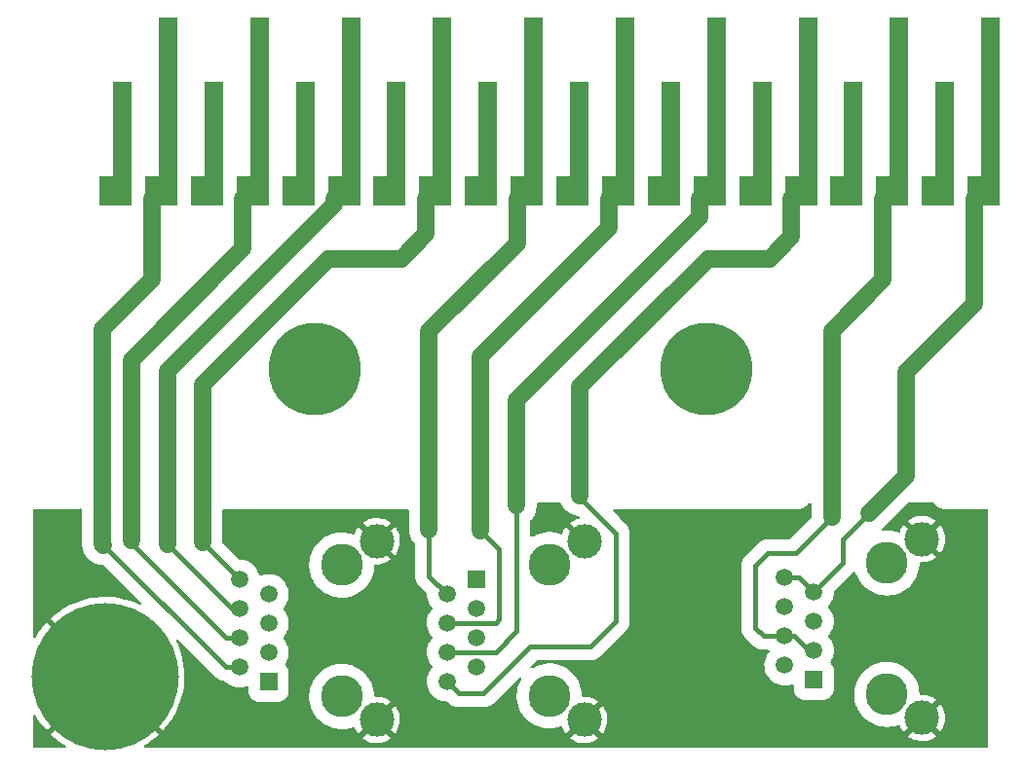
<source format=gbl>
G04 #@! TF.GenerationSoftware,KiCad,Pcbnew,(5.99.0-12896-g1860893d63)*
G04 #@! TF.CreationDate,2021-12-10T21:36:47+01:00*
G04 #@! TF.ProjectId,HP_44491A_to_UTP_v2,48505f34-3434-4393-9141-5f746f5f5554,rev?*
G04 #@! TF.SameCoordinates,Original*
G04 #@! TF.FileFunction,Copper,L2,Bot*
G04 #@! TF.FilePolarity,Positive*
%FSLAX46Y46*%
G04 Gerber Fmt 4.6, Leading zero omitted, Abs format (unit mm)*
G04 Created by KiCad (PCBNEW (5.99.0-12896-g1860893d63)) date 2021-12-10 21:36:47*
%MOMM*%
%LPD*%
G01*
G04 APERTURE LIST*
G04 Aperture macros list*
%AMFreePoly0*
4,1,7,-2.370000,-16.300000,-5.155000,-16.300000,-5.155000,-13.800000,-3.970000,-13.800000,-3.970000,-5.600000,-2.370000,-5.600000,-2.370000,-16.300000,-2.370000,-16.300000,$1*%
%AMFreePoly1*
4,1,7,1.600000,-16.300000,-1.185000,-16.300000,-1.185000,-13.800000,0.000000,-13.800000,0.000000,0.000000,1.600000,0.000000,1.600000,-16.300000,1.600000,-16.300000,$1*%
G04 Aperture macros list end*
G04 #@! TA.AperFunction,WasherPad*
%ADD10C,3.650000*%
G04 #@! TD*
G04 #@! TA.AperFunction,ComponentPad*
%ADD11R,1.500000X1.500000*%
G04 #@! TD*
G04 #@! TA.AperFunction,ComponentPad*
%ADD12C,1.500000*%
G04 #@! TD*
G04 #@! TA.AperFunction,ComponentPad*
%ADD13C,3.000000*%
G04 #@! TD*
G04 #@! TA.AperFunction,ComponentPad*
%ADD14C,0.900000*%
G04 #@! TD*
G04 #@! TA.AperFunction,ComponentPad*
%ADD15C,12.800000*%
G04 #@! TD*
G04 #@! TA.AperFunction,WasherPad*
%ADD16C,8.000000*%
G04 #@! TD*
G04 #@! TA.AperFunction,ConnectorPad*
%ADD17FreePoly0,0.000000*%
G04 #@! TD*
G04 #@! TA.AperFunction,ConnectorPad*
%ADD18FreePoly1,0.000000*%
G04 #@! TD*
G04 #@! TA.AperFunction,Conductor*
%ADD19C,0.400000*%
G04 #@! TD*
G04 #@! TA.AperFunction,Conductor*
%ADD20C,1.500000*%
G04 #@! TD*
G04 #@! TA.AperFunction,Conductor*
%ADD21C,0.127000*%
G04 #@! TD*
G04 APERTURE END LIST*
D10*
X136452000Y-65051800D03*
X136452000Y-76481800D03*
D11*
X130102000Y-66321800D03*
D12*
X127562000Y-67591800D03*
X130102000Y-68861800D03*
X127562000Y-70131800D03*
X130102000Y-71401800D03*
X127562000Y-72671800D03*
X130102000Y-73941800D03*
X127562000Y-75211800D03*
D13*
X139500000Y-78559800D03*
X139500000Y-63019800D03*
D14*
X97840800Y-69977600D03*
X93040800Y-74777600D03*
X101234913Y-78171713D03*
X94446687Y-71383487D03*
X101234913Y-71383487D03*
D15*
X97840800Y-74777600D03*
D14*
X97840800Y-79577600D03*
X102640800Y-74777600D03*
X94446687Y-78171713D03*
D10*
X165789000Y-76350000D03*
X165789000Y-64920000D03*
D11*
X159439000Y-75080000D03*
D12*
X156899000Y-73810000D03*
X159439000Y-72540000D03*
X156899000Y-71270000D03*
X159439000Y-70000000D03*
X156899000Y-68730000D03*
X159439000Y-67460000D03*
X156899000Y-66190000D03*
D13*
X168837000Y-78382000D03*
X168837000Y-62842000D03*
D10*
X118418000Y-65097800D03*
X118418000Y-76527800D03*
D11*
X112068000Y-75257800D03*
D12*
X109528000Y-73987800D03*
X112068000Y-72717800D03*
X109528000Y-71447800D03*
X112068000Y-70177800D03*
X109528000Y-68907800D03*
X112068000Y-67637800D03*
X109528000Y-66367800D03*
D13*
X121466000Y-78559800D03*
X121466000Y-63019800D03*
D16*
X150096000Y-48026000D03*
X116096000Y-48026000D03*
D14*
X97942400Y-33274000D03*
D17*
X102536000Y-17526000D03*
D18*
X102536000Y-17526000D03*
D14*
X101904800Y-33274000D03*
X113842800Y-33274000D03*
D17*
X118416000Y-17526000D03*
D14*
X117805200Y-33274000D03*
D18*
X118416000Y-17526000D03*
D17*
X134296000Y-17526000D03*
D14*
X129692400Y-33274000D03*
X133654800Y-33274000D03*
D18*
X134296000Y-17526000D03*
D17*
X150176000Y-17526000D03*
D14*
X145592800Y-33274000D03*
X149555200Y-33274000D03*
D18*
X150176000Y-17526000D03*
D14*
X105918000Y-33274000D03*
D17*
X110476000Y-17526000D03*
D18*
X110476000Y-17526000D03*
D14*
X109829600Y-33274000D03*
D17*
X126356000Y-17526000D03*
D14*
X121767600Y-33274000D03*
X125730000Y-33274000D03*
D18*
X126356000Y-17526000D03*
D14*
X137668000Y-33274000D03*
D17*
X142236000Y-17526000D03*
D18*
X142236000Y-17526000D03*
D14*
X141630400Y-33274000D03*
X153517600Y-33274000D03*
D17*
X158116000Y-17526000D03*
D14*
X157480000Y-33274000D03*
D18*
X158116000Y-17526000D03*
D14*
X161442400Y-33274000D03*
X165455600Y-33274000D03*
D18*
X166056000Y-17526000D03*
D17*
X166056000Y-17526000D03*
D14*
X169418000Y-33274000D03*
D17*
X173996000Y-17526000D03*
D14*
X173355000Y-33274000D03*
D18*
X173996000Y-17526000D03*
D19*
X133604000Y-70866000D02*
X133604000Y-69875400D01*
X131798200Y-72671800D02*
X133604000Y-70866000D01*
X127562000Y-72671800D02*
X131798200Y-72671800D01*
X126012600Y-66042400D02*
X126012600Y-62004600D01*
X127562000Y-67591800D02*
X126012600Y-66042400D01*
X132080000Y-69850000D02*
X132080000Y-63703200D01*
X131798200Y-70131800D02*
X132080000Y-69850000D01*
X127562000Y-70131800D02*
X131798200Y-70131800D01*
X132080000Y-63703200D02*
X130454400Y-62077600D01*
D20*
X157480000Y-36576000D02*
X157480000Y-33274000D01*
X155575000Y-38481000D02*
X157480000Y-36576000D01*
X150241000Y-38481000D02*
X155575000Y-38481000D01*
X139115800Y-49606200D02*
X150241000Y-38481000D01*
X139115800Y-59055000D02*
X139115800Y-49606200D01*
D19*
X128601000Y-76250800D02*
X127562000Y-75211800D01*
X134823200Y-72186800D02*
X130759200Y-76250800D01*
X140004800Y-72186800D02*
X134823200Y-72186800D01*
X130759200Y-76250800D02*
X128601000Y-76250800D01*
X142240000Y-69951600D02*
X140004800Y-72186800D01*
X142240000Y-62344300D02*
X142240000Y-69951600D01*
X139115800Y-59055000D02*
X139115800Y-59220100D01*
X139115800Y-59220100D02*
X142240000Y-62344300D01*
X133604000Y-69875400D02*
X133604000Y-59944000D01*
D21*
X133604000Y-69875400D02*
X133604000Y-61976000D01*
D19*
X109528000Y-73987800D02*
X108328600Y-73987800D01*
D20*
X101904800Y-40259000D02*
X97612200Y-44551600D01*
X97612200Y-44551600D02*
X97612200Y-63271400D01*
D19*
X108328600Y-73987800D02*
X97688400Y-63347600D01*
D20*
X101904800Y-33274000D02*
X101904800Y-40259000D01*
X97612200Y-63271400D02*
X97688400Y-63347600D01*
X109829600Y-33274000D02*
X109829600Y-37592000D01*
D19*
X108404800Y-71447800D02*
X100126800Y-63169800D01*
X100126800Y-63169800D02*
X100126800Y-62941200D01*
D20*
X100126800Y-47294800D02*
X100126800Y-62941200D01*
D19*
X109528000Y-71447800D02*
X108404800Y-71447800D01*
D20*
X109829600Y-37592000D02*
X100126800Y-47294800D01*
X117805200Y-33705800D02*
X103251000Y-48260000D01*
X103251000Y-48260000D02*
X103251000Y-63322200D01*
X117805200Y-33274000D02*
X117805200Y-33705800D01*
D19*
X109528000Y-68907800D02*
X108836600Y-68907800D01*
X108836600Y-68907800D02*
X103251000Y-63322200D01*
X109528000Y-66367800D02*
X106299000Y-63138800D01*
D20*
X123571000Y-38481000D02*
X125730000Y-36322000D01*
X125730000Y-36322000D02*
X125730000Y-33274000D01*
X106299000Y-63138800D02*
X106299000Y-49403000D01*
X117221000Y-38481000D02*
X123571000Y-38481000D01*
X106299000Y-49403000D02*
X117221000Y-38481000D01*
X133654800Y-33274000D02*
X133654800Y-37090400D01*
X126012600Y-44732600D02*
X126012600Y-62004600D01*
X133654800Y-37090400D02*
X126012600Y-44732600D01*
X130454400Y-46964600D02*
X130454400Y-62077600D01*
X141630400Y-33274000D02*
X141630400Y-35788600D01*
X141630400Y-35788600D02*
X130454400Y-46964600D01*
X149555200Y-34848800D02*
X133604000Y-50800000D01*
X133604000Y-50800000D02*
X133604000Y-59944000D01*
X149555200Y-33274000D02*
X149555200Y-34848800D01*
D19*
X149555200Y-33959800D02*
X149555200Y-33274000D01*
X133604000Y-61976000D02*
X133604000Y-59944000D01*
D20*
X165455600Y-33274000D02*
X165455600Y-40284400D01*
X165455600Y-40284400D02*
X160997900Y-44742100D01*
D19*
X159439000Y-72540000D02*
X159001600Y-72540000D01*
X154330400Y-70535800D02*
X154330400Y-65176400D01*
X156899000Y-71270000D02*
X155064600Y-71270000D01*
X155064600Y-71270000D02*
X154330400Y-70535800D01*
X157861000Y-64058800D02*
X160997900Y-60921900D01*
X157731600Y-71270000D02*
X156899000Y-71270000D01*
X155448000Y-64058800D02*
X157861000Y-64058800D01*
X159001600Y-72540000D02*
X157731600Y-71270000D01*
X154330400Y-65176400D02*
X155448000Y-64058800D01*
D20*
X160997900Y-44742100D02*
X160997900Y-60921900D01*
D19*
X158169000Y-66190000D02*
X156899000Y-66190000D01*
X159439000Y-67460000D02*
X158169000Y-66190000D01*
D20*
X173355000Y-33274000D02*
X173355000Y-42418000D01*
D19*
X161975800Y-64923200D02*
X161975800Y-62839600D01*
X159439000Y-67460000D02*
X161975800Y-64923200D01*
D20*
X173355000Y-42418000D02*
X167487600Y-48285400D01*
X167487600Y-57327800D02*
X167487600Y-48285400D01*
D19*
X161975800Y-62839600D02*
X164223700Y-60591700D01*
D20*
X164223700Y-60591700D02*
X167487600Y-57327800D01*
G04 #@! TA.AperFunction,Conductor*
G36*
X159189521Y-59710002D02*
G01*
X159236014Y-59763658D01*
X159247400Y-59816000D01*
X159247400Y-60922447D01*
X159227398Y-60990568D01*
X159210495Y-61011542D01*
X157400642Y-62821395D01*
X157338330Y-62855421D01*
X157311547Y-62858300D01*
X155492729Y-62858300D01*
X155484488Y-62858030D01*
X155444681Y-62855421D01*
X155416440Y-62853570D01*
X155324073Y-62864502D01*
X155320851Y-62864840D01*
X155228289Y-62873346D01*
X155222722Y-62874916D01*
X155222718Y-62874917D01*
X155222594Y-62874952D01*
X155203211Y-62878808D01*
X155203074Y-62878825D01*
X155197333Y-62879504D01*
X155108549Y-62907072D01*
X155105465Y-62907986D01*
X155015936Y-62933235D01*
X155010759Y-62935788D01*
X155010749Y-62935792D01*
X155010624Y-62935854D01*
X154992263Y-62943179D01*
X154992140Y-62943217D01*
X154992136Y-62943219D01*
X154986621Y-62944931D01*
X154915872Y-62982154D01*
X154904375Y-62988203D01*
X154901444Y-62989696D01*
X154818053Y-63030820D01*
X154813307Y-63034364D01*
X154796595Y-63044908D01*
X154791359Y-63047663D01*
X154770849Y-63063832D01*
X154718352Y-63105217D01*
X154715750Y-63107213D01*
X154641267Y-63162833D01*
X154584716Y-63224009D01*
X154582582Y-63226318D01*
X154579152Y-63229884D01*
X153513156Y-64295881D01*
X153507138Y-64301518D01*
X153455857Y-64346490D01*
X153452285Y-64351021D01*
X153398289Y-64419514D01*
X153396214Y-64422076D01*
X153362311Y-64462841D01*
X153336798Y-64493517D01*
X153333973Y-64498561D01*
X153333902Y-64498687D01*
X153322929Y-64515109D01*
X153322838Y-64515224D01*
X153322835Y-64515229D01*
X153319263Y-64519760D01*
X153316573Y-64524873D01*
X153275985Y-64602017D01*
X153274421Y-64604898D01*
X153258343Y-64633608D01*
X153231926Y-64680779D01*
X153228990Y-64686021D01*
X153227090Y-64691620D01*
X153219284Y-64709787D01*
X153216531Y-64715020D01*
X153198685Y-64772495D01*
X153188969Y-64803784D01*
X153187950Y-64806920D01*
X153160524Y-64887717D01*
X153158069Y-64894948D01*
X153157218Y-64900816D01*
X153152861Y-64920070D01*
X153152815Y-64920217D01*
X153152814Y-64920223D01*
X153151103Y-64925733D01*
X153150425Y-64931461D01*
X153150424Y-64931466D01*
X153140177Y-65018050D01*
X153139746Y-65021322D01*
X153128165Y-65101194D01*
X153126409Y-65113302D01*
X153127798Y-65148647D01*
X153129803Y-65199686D01*
X153129900Y-65204633D01*
X153129900Y-70491071D01*
X153129630Y-70499312D01*
X153125170Y-70567360D01*
X153133641Y-70638926D01*
X153136099Y-70659695D01*
X153136440Y-70662949D01*
X153144946Y-70755511D01*
X153146516Y-70761078D01*
X153146517Y-70761082D01*
X153146552Y-70761206D01*
X153150408Y-70780589D01*
X153151104Y-70786467D01*
X153173129Y-70857400D01*
X153178672Y-70875251D01*
X153179586Y-70878335D01*
X153204835Y-70967864D01*
X153207388Y-70973041D01*
X153207392Y-70973051D01*
X153207454Y-70973176D01*
X153214779Y-70991537D01*
X153216531Y-70997179D01*
X153255296Y-71070859D01*
X153259803Y-71079425D01*
X153261296Y-71082356D01*
X153302420Y-71165747D01*
X153305964Y-71170493D01*
X153316508Y-71187205D01*
X153319263Y-71192441D01*
X153376817Y-71265448D01*
X153378813Y-71268050D01*
X153434433Y-71342533D01*
X153478737Y-71383487D01*
X153497917Y-71401217D01*
X153501483Y-71404647D01*
X154184087Y-72087251D01*
X154189724Y-72093269D01*
X154234690Y-72144543D01*
X154307683Y-72202085D01*
X154310219Y-72204138D01*
X154381717Y-72263602D01*
X154386761Y-72266427D01*
X154386887Y-72266498D01*
X154403309Y-72277471D01*
X154403424Y-72277562D01*
X154403429Y-72277565D01*
X154407960Y-72281137D01*
X154413073Y-72283827D01*
X154490217Y-72324415D01*
X154493098Y-72325979D01*
X154574221Y-72371410D01*
X154579688Y-72373266D01*
X154579697Y-72373270D01*
X154579831Y-72373315D01*
X154597987Y-72381116D01*
X154603220Y-72383869D01*
X154608734Y-72385581D01*
X154608736Y-72385582D01*
X154691975Y-72411429D01*
X154695111Y-72412448D01*
X154777677Y-72440475D01*
X154783148Y-72442332D01*
X154789010Y-72443182D01*
X154808287Y-72447544D01*
X154813933Y-72449297D01*
X154819663Y-72449975D01*
X154819667Y-72449976D01*
X154906240Y-72460222D01*
X154909511Y-72460653D01*
X154933587Y-72464144D01*
X155001502Y-72473991D01*
X155087886Y-72470597D01*
X155092833Y-72470500D01*
X155467468Y-72470500D01*
X155535589Y-72490502D01*
X155582082Y-72544158D01*
X155592186Y-72614432D01*
X155564342Y-72677069D01*
X155469895Y-72790629D01*
X155334920Y-73013061D01*
X155333111Y-73017375D01*
X155333110Y-73017377D01*
X155249261Y-73217336D01*
X155234305Y-73253001D01*
X155233154Y-73257533D01*
X155233153Y-73257536D01*
X155203741Y-73373347D01*
X155170261Y-73505177D01*
X155144194Y-73764049D01*
X155144418Y-73768715D01*
X155144418Y-73768720D01*
X155149274Y-73869800D01*
X155156677Y-74023930D01*
X155207435Y-74279112D01*
X155295355Y-74523989D01*
X155418504Y-74753180D01*
X155421299Y-74756923D01*
X155421301Y-74756926D01*
X155571385Y-74957913D01*
X155571390Y-74957919D01*
X155574177Y-74961651D01*
X155577486Y-74964931D01*
X155577491Y-74964937D01*
X155744253Y-75130250D01*
X155758954Y-75144823D01*
X155762716Y-75147581D01*
X155762719Y-75147584D01*
X155853001Y-75213781D01*
X155968775Y-75298670D01*
X155972910Y-75300846D01*
X155972914Y-75300848D01*
X156102780Y-75369174D01*
X156199033Y-75419815D01*
X156444667Y-75505594D01*
X156449260Y-75506466D01*
X156695693Y-75553253D01*
X156695696Y-75553253D01*
X156700282Y-75554124D01*
X156830273Y-75559232D01*
X156955595Y-75564156D01*
X156955601Y-75564156D01*
X156960263Y-75564339D01*
X157061489Y-75553253D01*
X157214245Y-75536524D01*
X157214250Y-75536523D01*
X157218898Y-75536014D01*
X157223422Y-75534823D01*
X157465982Y-75470962D01*
X157465984Y-75470961D01*
X157470505Y-75469771D01*
X157512762Y-75451616D01*
X157583247Y-75443104D01*
X157647144Y-75474049D01*
X157684168Y-75534628D01*
X157688500Y-75567384D01*
X157688500Y-75887816D01*
X157688749Y-75890603D01*
X157688749Y-75890609D01*
X157696411Y-75976455D01*
X157699234Y-76008087D01*
X157755259Y-76203470D01*
X157785387Y-76261099D01*
X157844772Y-76374691D01*
X157849427Y-76383596D01*
X157853458Y-76388539D01*
X157853459Y-76388540D01*
X157891577Y-76435277D01*
X157977891Y-76541109D01*
X157982831Y-76545138D01*
X158123072Y-76659515D01*
X158135404Y-76669573D01*
X158315530Y-76763741D01*
X158510913Y-76819766D01*
X158542545Y-76822589D01*
X158628391Y-76830251D01*
X158628397Y-76830251D01*
X158631184Y-76830500D01*
X160246816Y-76830500D01*
X160249603Y-76830251D01*
X160249609Y-76830251D01*
X160335455Y-76822589D01*
X160367087Y-76819766D01*
X160562470Y-76763741D01*
X160742596Y-76669573D01*
X160754929Y-76659515D01*
X160895169Y-76545138D01*
X160900109Y-76541109D01*
X160986423Y-76435277D01*
X161024541Y-76388540D01*
X161024542Y-76388539D01*
X161028573Y-76383596D01*
X161033229Y-76374691D01*
X161092613Y-76261099D01*
X162960109Y-76261099D01*
X162960204Y-76264729D01*
X162960204Y-76264731D01*
X162964860Y-76442531D01*
X162968638Y-76586832D01*
X162969149Y-76590422D01*
X162969149Y-76590423D01*
X162976035Y-76638805D01*
X163014550Y-76909427D01*
X163097236Y-77224607D01*
X163215600Y-77528195D01*
X163246817Y-77587154D01*
X163366134Y-77812503D01*
X163368073Y-77816166D01*
X163370130Y-77819159D01*
X163550577Y-78081711D01*
X163550583Y-78081718D01*
X163552634Y-78084703D01*
X163626422Y-78169288D01*
X163707739Y-78262503D01*
X163766837Y-78330249D01*
X164007842Y-78549547D01*
X164010784Y-78551661D01*
X164269505Y-78737571D01*
X164269511Y-78737575D01*
X164272456Y-78739691D01*
X164557171Y-78898161D01*
X164858213Y-79022857D01*
X164861707Y-79023852D01*
X164861709Y-79023853D01*
X165168091Y-79111129D01*
X165168096Y-79111130D01*
X165171592Y-79112126D01*
X165328886Y-79137884D01*
X165489573Y-79164197D01*
X165489580Y-79164198D01*
X165493154Y-79164783D01*
X165655896Y-79172458D01*
X165815011Y-79179962D01*
X165815012Y-79179962D01*
X165818638Y-79180133D01*
X165852331Y-79177836D01*
X166140112Y-79158217D01*
X166140119Y-79158216D01*
X166143729Y-79157970D01*
X166464118Y-79098590D01*
X166775559Y-79002778D01*
X166781806Y-79000036D01*
X166852218Y-78990965D01*
X166916358Y-79021403D01*
X166951664Y-79074592D01*
X166980186Y-79157898D01*
X166983499Y-79165779D01*
X167102664Y-79402713D01*
X167107020Y-79410079D01*
X167236347Y-79598250D01*
X167246601Y-79606594D01*
X167260342Y-79599448D01*
X168476658Y-78383132D01*
X169201408Y-78383132D01*
X169201539Y-78384965D01*
X169205790Y-78391580D01*
X170412730Y-79598520D01*
X170424939Y-79605187D01*
X170436439Y-79596497D01*
X170533831Y-79463913D01*
X170538418Y-79456685D01*
X170664962Y-79223621D01*
X170668530Y-79215827D01*
X170762271Y-78967750D01*
X170764748Y-78959544D01*
X170823954Y-78701038D01*
X170825294Y-78692577D01*
X170849031Y-78426616D01*
X170849277Y-78421677D01*
X170849666Y-78384485D01*
X170849523Y-78379519D01*
X170831362Y-78113123D01*
X170830201Y-78104649D01*
X170776419Y-77844944D01*
X170774120Y-77836709D01*
X170685588Y-77586705D01*
X170682191Y-77578854D01*
X170560550Y-77343178D01*
X170556122Y-77335866D01*
X170437031Y-77166417D01*
X170426509Y-77158037D01*
X170413121Y-77165089D01*
X169209022Y-78369188D01*
X169201408Y-78383132D01*
X168476658Y-78383132D01*
X170053604Y-76806186D01*
X170060795Y-76793017D01*
X170053473Y-76782780D01*
X170006233Y-76744115D01*
X169999261Y-76739160D01*
X169773122Y-76600582D01*
X169765552Y-76596624D01*
X169522704Y-76490022D01*
X169514644Y-76487120D01*
X169259592Y-76414467D01*
X169251214Y-76412685D01*
X168988656Y-76375318D01*
X168980111Y-76374691D01*
X168738923Y-76373428D01*
X168670908Y-76353070D01*
X168624697Y-76299172D01*
X168613792Y-76254683D01*
X168600740Y-76028315D01*
X168600739Y-76028310D01*
X168600531Y-76024695D01*
X168599908Y-76021125D01*
X168545133Y-75707274D01*
X168545131Y-75707267D01*
X168544509Y-75703701D01*
X168539061Y-75685307D01*
X168485370Y-75504052D01*
X168451964Y-75391274D01*
X168324122Y-75091554D01*
X168321175Y-75086386D01*
X168164470Y-74811655D01*
X168162679Y-74808515D01*
X168132933Y-74768020D01*
X167971914Y-74548820D01*
X167971912Y-74548818D01*
X167969774Y-74545907D01*
X167814198Y-74378486D01*
X167750436Y-74309870D01*
X167750435Y-74309869D01*
X167747965Y-74307211D01*
X167745205Y-74304854D01*
X167745199Y-74304848D01*
X167551170Y-74139132D01*
X167500190Y-74095591D01*
X167229734Y-73913852D01*
X167226525Y-73912196D01*
X167226517Y-73912191D01*
X166943402Y-73766065D01*
X166940182Y-73764403D01*
X166635372Y-73649225D01*
X166631851Y-73648341D01*
X166631846Y-73648339D01*
X166480604Y-73610350D01*
X166319343Y-73569844D01*
X166301015Y-73567431D01*
X165999889Y-73527787D01*
X165999881Y-73527786D01*
X165996285Y-73527313D01*
X165861187Y-73525191D01*
X165674122Y-73522252D01*
X165674118Y-73522252D01*
X165670480Y-73522195D01*
X165666866Y-73522556D01*
X165666860Y-73522556D01*
X165438901Y-73545310D01*
X165346245Y-73554558D01*
X165257686Y-73573867D01*
X165069125Y-73614980D01*
X165027879Y-73623973D01*
X165024452Y-73625146D01*
X165024446Y-73625148D01*
X164723033Y-73728345D01*
X164723028Y-73728347D01*
X164719602Y-73729520D01*
X164716334Y-73731079D01*
X164716326Y-73731082D01*
X164611619Y-73781025D01*
X164425498Y-73869800D01*
X164149467Y-74042954D01*
X164146633Y-74045224D01*
X164146628Y-74045228D01*
X164083765Y-74095591D01*
X163895168Y-74246686D01*
X163665970Y-74478297D01*
X163464911Y-74734716D01*
X163463018Y-74737805D01*
X163463016Y-74737808D01*
X163419687Y-74808515D01*
X163294657Y-75012545D01*
X163293132Y-75015830D01*
X163293130Y-75015834D01*
X163217755Y-75178216D01*
X163157465Y-75308101D01*
X163055152Y-75617468D01*
X163054416Y-75621023D01*
X163054415Y-75621026D01*
X162992213Y-75921385D01*
X162989074Y-75936543D01*
X162988751Y-75940165D01*
X162988750Y-75940170D01*
X162960432Y-76257477D01*
X162960109Y-76261099D01*
X161092613Y-76261099D01*
X161122741Y-76203470D01*
X161178766Y-76008087D01*
X161181589Y-75976455D01*
X161189251Y-75890609D01*
X161189251Y-75890603D01*
X161189500Y-75887816D01*
X161189500Y-74272184D01*
X161189218Y-74269018D01*
X161181589Y-74183545D01*
X161178766Y-74151913D01*
X161122741Y-73956530D01*
X161028573Y-73776404D01*
X161011117Y-73755000D01*
X160955763Y-73687130D01*
X160916753Y-73639298D01*
X160889199Y-73573867D01*
X160901394Y-73503926D01*
X160908425Y-73491500D01*
X160972650Y-73391652D01*
X160981683Y-73377608D01*
X161088544Y-73140385D01*
X161123236Y-73017377D01*
X161157898Y-72894476D01*
X161157899Y-72894473D01*
X161159168Y-72889972D01*
X161172263Y-72787034D01*
X161191604Y-72635001D01*
X161191604Y-72634997D01*
X161192002Y-72631871D01*
X161194408Y-72540000D01*
X161187718Y-72449976D01*
X161175472Y-72285186D01*
X161175471Y-72285182D01*
X161175126Y-72280534D01*
X161117705Y-72026768D01*
X161060310Y-71879177D01*
X161025098Y-71788630D01*
X161025097Y-71788628D01*
X161023405Y-71784277D01*
X160993824Y-71732520D01*
X160928296Y-71617871D01*
X160894299Y-71558388D01*
X160733223Y-71354064D01*
X160730811Y-71351795D01*
X160699693Y-71288383D01*
X160707840Y-71217855D01*
X160729132Y-71183914D01*
X160766238Y-71141602D01*
X160840931Y-71056431D01*
X160861614Y-71024277D01*
X160979155Y-70841538D01*
X160981683Y-70837608D01*
X161088544Y-70600385D01*
X161099484Y-70561594D01*
X161157898Y-70354476D01*
X161157899Y-70354473D01*
X161159168Y-70349972D01*
X161177958Y-70202267D01*
X161191604Y-70095001D01*
X161191604Y-70094997D01*
X161192002Y-70091871D01*
X161192296Y-70080671D01*
X161194325Y-70003156D01*
X161194408Y-70000000D01*
X161175126Y-69740534D01*
X161117705Y-69486768D01*
X161060310Y-69339177D01*
X161025098Y-69248630D01*
X161025097Y-69248628D01*
X161023405Y-69244277D01*
X160993824Y-69192520D01*
X160896618Y-69022446D01*
X160894299Y-69018388D01*
X160733223Y-68814064D01*
X160730811Y-68811795D01*
X160699693Y-68748383D01*
X160707840Y-68677855D01*
X160729132Y-68643914D01*
X160837850Y-68519944D01*
X160840931Y-68516431D01*
X160893757Y-68434305D01*
X160979155Y-68301538D01*
X160981683Y-68297608D01*
X161088544Y-68060385D01*
X161112993Y-67973695D01*
X161157898Y-67814476D01*
X161157899Y-67814473D01*
X161159168Y-67809972D01*
X161179856Y-67647348D01*
X161191604Y-67555001D01*
X161191604Y-67554997D01*
X161192002Y-67551871D01*
X161194408Y-67460000D01*
X161194235Y-67457672D01*
X161212560Y-67389233D01*
X161231066Y-67365698D01*
X162793043Y-65803720D01*
X162799061Y-65798083D01*
X162807024Y-65791100D01*
X162850343Y-65753110D01*
X162870794Y-65727168D01*
X162928675Y-65686055D01*
X162999595Y-65682761D01*
X163061038Y-65718333D01*
X163091620Y-65773201D01*
X163097236Y-65794607D01*
X163215600Y-66098195D01*
X163217304Y-66101413D01*
X163318780Y-66293067D01*
X163368073Y-66386166D01*
X163370130Y-66389159D01*
X163550577Y-66651711D01*
X163550583Y-66651718D01*
X163552634Y-66654703D01*
X163623782Y-66736262D01*
X163750985Y-66882077D01*
X163766837Y-66900249D01*
X164007842Y-67119547D01*
X164021171Y-67129125D01*
X164269505Y-67307571D01*
X164269511Y-67307575D01*
X164272456Y-67309691D01*
X164557171Y-67468161D01*
X164858213Y-67592857D01*
X164861707Y-67593852D01*
X164861709Y-67593853D01*
X165168091Y-67681129D01*
X165168096Y-67681130D01*
X165171592Y-67682126D01*
X165328886Y-67707884D01*
X165489573Y-67734197D01*
X165489580Y-67734198D01*
X165493154Y-67734783D01*
X165655896Y-67742458D01*
X165815011Y-67749962D01*
X165815012Y-67749962D01*
X165818638Y-67750133D01*
X165833585Y-67749114D01*
X166140112Y-67728217D01*
X166140119Y-67728216D01*
X166143729Y-67727970D01*
X166464118Y-67668590D01*
X166775559Y-67572778D01*
X166917225Y-67510591D01*
X167070592Y-67443268D01*
X167070597Y-67443265D01*
X167073924Y-67441805D01*
X167355257Y-67277407D01*
X167564619Y-67120214D01*
X167612924Y-67083946D01*
X167612928Y-67083943D01*
X167615831Y-67081763D01*
X167852191Y-66857465D01*
X168061205Y-66607488D01*
X168063193Y-66604462D01*
X168238114Y-66338170D01*
X168238119Y-66338161D01*
X168240101Y-66335144D01*
X168324214Y-66167904D01*
X168384883Y-66047279D01*
X168384886Y-66047271D01*
X168386510Y-66044043D01*
X168428191Y-65930144D01*
X168497242Y-65741454D01*
X168497243Y-65741450D01*
X168498490Y-65738043D01*
X168499335Y-65734521D01*
X168499338Y-65734513D01*
X168573710Y-65424730D01*
X168573711Y-65424726D01*
X168574557Y-65421201D01*
X168577161Y-65399686D01*
X168613367Y-65100494D01*
X168613368Y-65100487D01*
X168613703Y-65097715D01*
X168614223Y-65081188D01*
X168615630Y-65036403D01*
X168617689Y-64970869D01*
X168639821Y-64903411D01*
X168694910Y-64858626D01*
X168745606Y-64848843D01*
X168938045Y-64851867D01*
X168946596Y-64851418D01*
X169209883Y-64819557D01*
X169218284Y-64817955D01*
X169474824Y-64750653D01*
X169482926Y-64747926D01*
X169727949Y-64646434D01*
X169735617Y-64642628D01*
X169964598Y-64508822D01*
X169971679Y-64504009D01*
X170051655Y-64441301D01*
X170060125Y-64429442D01*
X170053608Y-64417818D01*
X168478922Y-62843132D01*
X169201408Y-62843132D01*
X169201539Y-62844965D01*
X169205790Y-62851580D01*
X170412730Y-64058520D01*
X170424939Y-64065187D01*
X170436439Y-64056497D01*
X170533831Y-63923913D01*
X170538418Y-63916685D01*
X170664962Y-63683621D01*
X170668530Y-63675827D01*
X170762271Y-63427750D01*
X170764748Y-63419544D01*
X170823954Y-63161038D01*
X170825294Y-63152577D01*
X170849031Y-62886616D01*
X170849277Y-62881677D01*
X170849666Y-62844485D01*
X170849523Y-62839519D01*
X170831362Y-62573123D01*
X170830201Y-62564649D01*
X170776419Y-62304944D01*
X170774120Y-62296709D01*
X170685588Y-62046705D01*
X170682191Y-62038854D01*
X170560550Y-61803178D01*
X170556122Y-61795866D01*
X170437031Y-61626417D01*
X170426509Y-61618037D01*
X170413121Y-61625089D01*
X169209022Y-62829188D01*
X169201408Y-62843132D01*
X168478922Y-62843132D01*
X167260814Y-61625024D01*
X167248804Y-61618466D01*
X167237064Y-61627434D01*
X167128935Y-61777911D01*
X167124418Y-61785196D01*
X167000325Y-62019567D01*
X166996839Y-62027395D01*
X166935013Y-62196344D01*
X166892819Y-62253442D01*
X166826454Y-62278664D01*
X166772150Y-62270909D01*
X166635372Y-62219225D01*
X166631851Y-62218341D01*
X166631846Y-62218339D01*
X166480604Y-62180350D01*
X166319343Y-62139844D01*
X166301015Y-62137431D01*
X165999889Y-62097787D01*
X165999881Y-62097786D01*
X165996285Y-62097313D01*
X165861187Y-62095191D01*
X165674122Y-62092252D01*
X165674118Y-62092252D01*
X165670480Y-62092195D01*
X165666866Y-62092556D01*
X165666860Y-62092556D01*
X165497285Y-62109482D01*
X165427515Y-62096345D01*
X165375923Y-62047572D01*
X165358889Y-61978649D01*
X165381822Y-61911458D01*
X165398817Y-61892278D01*
X165398760Y-61892221D01*
X166036481Y-61254500D01*
X167613584Y-61254500D01*
X167619980Y-61265770D01*
X168824188Y-62469978D01*
X168838132Y-62477592D01*
X168839965Y-62477461D01*
X168846580Y-62473210D01*
X170053604Y-61266186D01*
X170060795Y-61253017D01*
X170053473Y-61242780D01*
X170006233Y-61204115D01*
X169999261Y-61199160D01*
X169773122Y-61060582D01*
X169765552Y-61056624D01*
X169522704Y-60950022D01*
X169514644Y-60947120D01*
X169259592Y-60874467D01*
X169251214Y-60872685D01*
X168988656Y-60835318D01*
X168980111Y-60834691D01*
X168714908Y-60833302D01*
X168706374Y-60833839D01*
X168443433Y-60868456D01*
X168435035Y-60870149D01*
X168179238Y-60940127D01*
X168171143Y-60942946D01*
X167927199Y-61046997D01*
X167919577Y-61050881D01*
X167692013Y-61187075D01*
X167684981Y-61191962D01*
X167622053Y-61242377D01*
X167613584Y-61254500D01*
X166036481Y-61254500D01*
X167564076Y-59726905D01*
X167626388Y-59692879D01*
X167653171Y-59690000D01*
X169835613Y-59690000D01*
X169903734Y-59710002D01*
X169945815Y-59754914D01*
X169970616Y-59799657D01*
X169974771Y-59804504D01*
X169980336Y-59810997D01*
X169991759Y-59826605D01*
X169999625Y-59839292D01*
X170004009Y-59843928D01*
X170050511Y-59893103D01*
X170054630Y-59897678D01*
X170102824Y-59953906D01*
X170114631Y-59963064D01*
X170128947Y-59976046D01*
X170139210Y-59986899D01*
X170144440Y-59990561D01*
X170144441Y-59990562D01*
X170199881Y-60029382D01*
X170204836Y-60033035D01*
X170215961Y-60041664D01*
X170263348Y-60078421D01*
X170269079Y-60081241D01*
X170276745Y-60085014D01*
X170293382Y-60094853D01*
X170300392Y-60099761D01*
X170300395Y-60099763D01*
X170305624Y-60103424D01*
X170311478Y-60105957D01*
X170311481Y-60105959D01*
X170373583Y-60132833D01*
X170379171Y-60135415D01*
X170439899Y-60165296D01*
X170445630Y-60168116D01*
X170455735Y-60170748D01*
X170460090Y-60171883D01*
X170478362Y-60178174D01*
X170492071Y-60184106D01*
X170498310Y-60185410D01*
X170498315Y-60185411D01*
X170564548Y-60199248D01*
X170570540Y-60200653D01*
X170636055Y-60217718D01*
X170642225Y-60219325D01*
X170648595Y-60219659D01*
X170648596Y-60219659D01*
X170657143Y-60220107D01*
X170676309Y-60222596D01*
X170690932Y-60225651D01*
X170695769Y-60225904D01*
X170695773Y-60225905D01*
X170695832Y-60225908D01*
X170697592Y-60226000D01*
X170766303Y-60226000D01*
X170772897Y-60226173D01*
X170838721Y-60229623D01*
X170838725Y-60229623D01*
X170845102Y-60229957D01*
X170856667Y-60228208D01*
X170861898Y-60227417D01*
X170880739Y-60226000D01*
X174470000Y-60226000D01*
X174538121Y-60246002D01*
X174584614Y-60299658D01*
X174596000Y-60352000D01*
X174596000Y-80874000D01*
X174575998Y-80942121D01*
X174522342Y-80988614D01*
X174470000Y-81000000D01*
X101350194Y-81000000D01*
X101282073Y-80979998D01*
X101235580Y-80926342D01*
X101225476Y-80856068D01*
X101254970Y-80791488D01*
X101286624Y-80765212D01*
X101542887Y-80615465D01*
X101546785Y-80612991D01*
X101960501Y-80328652D01*
X101964205Y-80325901D01*
X102184446Y-80149454D01*
X120241618Y-80149454D01*
X120248673Y-80159427D01*
X120279679Y-80185351D01*
X120286598Y-80190379D01*
X120511272Y-80331315D01*
X120518807Y-80335356D01*
X120760520Y-80444494D01*
X120768551Y-80447480D01*
X121022832Y-80522802D01*
X121031184Y-80524669D01*
X121293340Y-80564784D01*
X121301874Y-80565500D01*
X121567045Y-80569667D01*
X121575596Y-80569218D01*
X121838883Y-80537357D01*
X121847284Y-80535755D01*
X122103824Y-80468453D01*
X122111926Y-80465726D01*
X122356949Y-80364234D01*
X122364617Y-80360428D01*
X122593598Y-80226622D01*
X122600679Y-80221809D01*
X122680655Y-80159101D01*
X122687545Y-80149454D01*
X138275618Y-80149454D01*
X138282673Y-80159427D01*
X138313679Y-80185351D01*
X138320598Y-80190379D01*
X138545272Y-80331315D01*
X138552807Y-80335356D01*
X138794520Y-80444494D01*
X138802551Y-80447480D01*
X139056832Y-80522802D01*
X139065184Y-80524669D01*
X139327340Y-80564784D01*
X139335874Y-80565500D01*
X139601045Y-80569667D01*
X139609596Y-80569218D01*
X139872883Y-80537357D01*
X139881284Y-80535755D01*
X140137824Y-80468453D01*
X140145926Y-80465726D01*
X140390949Y-80364234D01*
X140398617Y-80360428D01*
X140627598Y-80226622D01*
X140634679Y-80221809D01*
X140714655Y-80159101D01*
X140723125Y-80147242D01*
X140716608Y-80135618D01*
X140552644Y-79971654D01*
X167612618Y-79971654D01*
X167619673Y-79981627D01*
X167650679Y-80007551D01*
X167657598Y-80012579D01*
X167882272Y-80153515D01*
X167889807Y-80157556D01*
X168131520Y-80266694D01*
X168139551Y-80269680D01*
X168393832Y-80345002D01*
X168402184Y-80346869D01*
X168664340Y-80386984D01*
X168672874Y-80387700D01*
X168938045Y-80391867D01*
X168946596Y-80391418D01*
X169209883Y-80359557D01*
X169218284Y-80357955D01*
X169474824Y-80290653D01*
X169482926Y-80287926D01*
X169727949Y-80186434D01*
X169735617Y-80182628D01*
X169964598Y-80048822D01*
X169971679Y-80044009D01*
X170051655Y-79981301D01*
X170060125Y-79969442D01*
X170053608Y-79957818D01*
X168849812Y-78754022D01*
X168835868Y-78746408D01*
X168834035Y-78746539D01*
X168827420Y-78750790D01*
X167619910Y-79958300D01*
X167612618Y-79971654D01*
X140552644Y-79971654D01*
X139512812Y-78931822D01*
X139498868Y-78924208D01*
X139497035Y-78924339D01*
X139490420Y-78928590D01*
X138282910Y-80136100D01*
X138275618Y-80149454D01*
X122687545Y-80149454D01*
X122689125Y-80147242D01*
X122682608Y-80135618D01*
X121478812Y-78931822D01*
X121464868Y-78924208D01*
X121463035Y-78924339D01*
X121456420Y-78928590D01*
X120248910Y-80136100D01*
X120241618Y-80149454D01*
X102184446Y-80149454D01*
X102355983Y-80012027D01*
X102359485Y-80009004D01*
X102529449Y-79851064D01*
X102537568Y-79837410D01*
X102537547Y-79836804D01*
X102532314Y-79828324D01*
X101761001Y-79057011D01*
X100875704Y-78171713D01*
X100349616Y-77645626D01*
X97853612Y-75149622D01*
X97839668Y-75142008D01*
X97837835Y-75142139D01*
X97831220Y-75146390D01*
X95331985Y-77645625D01*
X94446687Y-78530922D01*
X93920600Y-79057010D01*
X93149294Y-79828316D01*
X93141804Y-79842033D01*
X93148326Y-79851461D01*
X93488680Y-80148369D01*
X93492252Y-80151262D01*
X93893697Y-80452675D01*
X93897508Y-80455324D01*
X94319932Y-80726516D01*
X94323911Y-80728869D01*
X94387268Y-80763269D01*
X94437589Y-80813351D01*
X94452846Y-80882689D01*
X94428194Y-80949268D01*
X94371460Y-80991950D01*
X94327146Y-81000000D01*
X91722000Y-81000000D01*
X91653879Y-80979998D01*
X91607386Y-80926342D01*
X91596000Y-80874000D01*
X91596000Y-78253777D01*
X91616002Y-78185656D01*
X91669658Y-78139163D01*
X91739932Y-78129059D01*
X91804512Y-78158553D01*
X91833354Y-78194817D01*
X91853020Y-78231958D01*
X91855348Y-78235990D01*
X92122101Y-78661231D01*
X92124692Y-78665044D01*
X92421895Y-79069637D01*
X92424757Y-79073247D01*
X92750783Y-79454975D01*
X92753907Y-79458372D01*
X92764497Y-79469073D01*
X92778398Y-79476758D01*
X92780057Y-79476648D01*
X92786939Y-79472251D01*
X93561389Y-78697801D01*
X94446687Y-77812504D01*
X94518026Y-77741165D01*
X94972774Y-77286416D01*
X97468778Y-74790412D01*
X97476392Y-74776468D01*
X97476261Y-74774635D01*
X97472010Y-74768020D01*
X94972775Y-72268785D01*
X94087478Y-71383487D01*
X93561390Y-70857400D01*
X92792207Y-70088217D01*
X92778263Y-70080603D01*
X92777306Y-70080671D01*
X92769497Y-70085835D01*
X92657004Y-70204378D01*
X92653938Y-70207856D01*
X92335983Y-70596321D01*
X92333196Y-70599993D01*
X92044539Y-71010710D01*
X92042019Y-71014591D01*
X91830116Y-71368654D01*
X91777970Y-71416834D01*
X91708054Y-71429174D01*
X91642566Y-71401755D01*
X91602297Y-71343283D01*
X91596000Y-71303948D01*
X91596000Y-60352000D01*
X91616002Y-60283879D01*
X91669658Y-60237386D01*
X91722000Y-60226000D01*
X95366303Y-60226000D01*
X95372897Y-60226173D01*
X95438721Y-60229623D01*
X95438725Y-60229623D01*
X95445102Y-60229957D01*
X95451415Y-60229002D01*
X95451420Y-60229002D01*
X95518322Y-60218883D01*
X95524432Y-60218111D01*
X95591767Y-60211272D01*
X95591769Y-60211272D01*
X95598115Y-60210627D01*
X95612369Y-60206160D01*
X95631197Y-60201813D01*
X95645972Y-60199578D01*
X95692193Y-60182572D01*
X95763029Y-60177822D01*
X95825190Y-60212123D01*
X95858938Y-60274585D01*
X95861700Y-60300822D01*
X95861700Y-63216735D01*
X95861497Y-63223878D01*
X95857059Y-63302036D01*
X95860441Y-63338838D01*
X95867463Y-63415260D01*
X95867646Y-63417451D01*
X95876074Y-63530866D01*
X95877106Y-63535429D01*
X95877108Y-63535439D01*
X95877638Y-63537782D01*
X95880215Y-63554048D01*
X95880424Y-63556315D01*
X95880866Y-63561126D01*
X95881977Y-63565665D01*
X95881977Y-63565667D01*
X95907901Y-63671614D01*
X95908405Y-63673752D01*
X95933495Y-63784632D01*
X95936066Y-63791244D01*
X95941018Y-63806949D01*
X95942707Y-63813851D01*
X95944480Y-63818184D01*
X95944480Y-63818185D01*
X95985769Y-63919111D01*
X95986584Y-63921152D01*
X96027795Y-64027123D01*
X96030115Y-64031182D01*
X96030117Y-64031186D01*
X96031316Y-64033284D01*
X96038536Y-64048086D01*
X96041225Y-64054659D01*
X96043620Y-64058684D01*
X96099360Y-64152374D01*
X96100466Y-64154271D01*
X96156901Y-64253012D01*
X96161303Y-64258596D01*
X96170627Y-64272164D01*
X96174255Y-64278261D01*
X96177212Y-64281880D01*
X96246172Y-64366284D01*
X96247548Y-64367998D01*
X96308489Y-64445300D01*
X96317977Y-64457336D01*
X96367592Y-64504009D01*
X96393801Y-64528664D01*
X96396563Y-64531344D01*
X96497310Y-64632091D01*
X96499063Y-64633601D01*
X96499070Y-64633608D01*
X96562161Y-64687970D01*
X96644244Y-64758697D01*
X96742082Y-64820428D01*
X96848729Y-64887717D01*
X96864286Y-64897533D01*
X97102433Y-65002320D01*
X97353453Y-65070756D01*
X97358085Y-65071304D01*
X97358089Y-65071305D01*
X97482641Y-65086046D01*
X97611829Y-65101337D01*
X97686009Y-65099070D01*
X97754708Y-65116982D01*
X97778952Y-65135916D01*
X101002919Y-68359883D01*
X101036945Y-68422195D01*
X101031880Y-68493010D01*
X100989333Y-68549846D01*
X100922813Y-68574657D01*
X100860773Y-68563266D01*
X100521708Y-68405877D01*
X100517483Y-68404101D01*
X100047862Y-68226646D01*
X100043506Y-68225180D01*
X99562178Y-68082604D01*
X99557691Y-68081452D01*
X99067204Y-67974509D01*
X99062678Y-67973695D01*
X98565671Y-67902960D01*
X98561084Y-67902478D01*
X98060251Y-67868335D01*
X98055616Y-67868189D01*
X97553636Y-67870818D01*
X97549022Y-67871011D01*
X97048556Y-67910398D01*
X97043973Y-67910929D01*
X96547745Y-67986862D01*
X96543219Y-67987725D01*
X96053869Y-68099801D01*
X96049427Y-68100992D01*
X95569602Y-68248605D01*
X95565252Y-68250120D01*
X95097525Y-68432480D01*
X95093308Y-68434305D01*
X94640182Y-68650434D01*
X94636123Y-68652556D01*
X94200034Y-68901297D01*
X94196138Y-68903712D01*
X93779443Y-69183720D01*
X93775732Y-69186416D01*
X93380658Y-69496194D01*
X93377162Y-69499148D01*
X93152017Y-69704014D01*
X93143756Y-69717581D01*
X93143762Y-69717834D01*
X93149262Y-69726852D01*
X93920599Y-70498189D01*
X94374505Y-70952096D01*
X94446686Y-71024277D01*
X95331984Y-71909574D01*
X100708825Y-77286415D01*
X101163573Y-77741164D01*
X101234912Y-77812503D01*
X102120210Y-78697800D01*
X102889119Y-79466709D01*
X102903063Y-79474323D01*
X102903666Y-79474280D01*
X102911949Y-79468740D01*
X103072204Y-79296285D01*
X103075227Y-79292783D01*
X103389101Y-78901005D01*
X103391852Y-78897301D01*
X103676191Y-78483585D01*
X103678665Y-78479687D01*
X103931944Y-78046250D01*
X103934118Y-78042194D01*
X104154971Y-77591379D01*
X104156852Y-77587154D01*
X104344090Y-77121386D01*
X104345661Y-77117022D01*
X104498279Y-76638805D01*
X104499521Y-76634355D01*
X104616713Y-76146216D01*
X104617625Y-76141692D01*
X104698751Y-75646286D01*
X104699330Y-75641705D01*
X104743983Y-75141371D01*
X104744212Y-75137407D01*
X104753582Y-74779570D01*
X104753561Y-74775622D01*
X104735154Y-74273633D01*
X104734815Y-74269018D01*
X104679729Y-73770051D01*
X104679053Y-73765475D01*
X104587571Y-73271877D01*
X104586569Y-73267392D01*
X104459175Y-72781796D01*
X104457846Y-72777394D01*
X104295235Y-72302446D01*
X104293578Y-72298131D01*
X104096625Y-71836382D01*
X104094663Y-71832212D01*
X104059846Y-71764756D01*
X104046377Y-71695049D01*
X104072732Y-71629126D01*
X104130544Y-71587916D01*
X104201459Y-71584504D01*
X104260907Y-71617871D01*
X107448080Y-74805043D01*
X107453717Y-74811061D01*
X107498690Y-74862343D01*
X107571742Y-74919932D01*
X107574233Y-74921950D01*
X107618823Y-74959035D01*
X107645716Y-74981402D01*
X107650751Y-74984222D01*
X107650757Y-74984226D01*
X107650887Y-74984299D01*
X107667313Y-74995274D01*
X107667418Y-74995357D01*
X107667422Y-74995360D01*
X107671960Y-74998937D01*
X107754222Y-75042217D01*
X107757095Y-75043777D01*
X107838221Y-75089210D01*
X107843820Y-75091110D01*
X107861987Y-75098916D01*
X107862065Y-75098957D01*
X107867220Y-75101669D01*
X107872738Y-75103382D01*
X107872737Y-75103382D01*
X107955984Y-75129231D01*
X107959120Y-75130250D01*
X108041679Y-75158275D01*
X108041684Y-75158276D01*
X108047148Y-75160131D01*
X108053016Y-75160982D01*
X108072270Y-75165339D01*
X108072417Y-75165385D01*
X108072423Y-75165386D01*
X108077933Y-75167097D01*
X108140980Y-75174559D01*
X108170256Y-75178024D01*
X108173526Y-75178455D01*
X108213225Y-75184211D01*
X108277771Y-75213781D01*
X108283851Y-75219424D01*
X108287816Y-75223354D01*
X108387954Y-75322623D01*
X108391716Y-75325381D01*
X108391719Y-75325384D01*
X108543424Y-75436618D01*
X108597775Y-75476470D01*
X108601910Y-75478646D01*
X108601914Y-75478648D01*
X108680000Y-75519731D01*
X108828033Y-75597615D01*
X108954288Y-75641705D01*
X109066560Y-75680912D01*
X109073667Y-75683394D01*
X109078260Y-75684266D01*
X109324693Y-75731053D01*
X109324696Y-75731053D01*
X109329282Y-75731924D01*
X109459272Y-75737031D01*
X109584595Y-75741956D01*
X109584601Y-75741956D01*
X109589263Y-75742139D01*
X109690489Y-75731053D01*
X109843245Y-75714324D01*
X109843250Y-75714323D01*
X109847898Y-75713814D01*
X109852422Y-75712623D01*
X110094982Y-75648762D01*
X110094984Y-75648761D01*
X110099505Y-75647571D01*
X110113159Y-75641705D01*
X110141762Y-75629416D01*
X110212247Y-75620904D01*
X110276144Y-75651849D01*
X110313168Y-75712428D01*
X110317500Y-75745184D01*
X110317500Y-76065616D01*
X110317749Y-76068403D01*
X110317749Y-76068409D01*
X110324290Y-76141692D01*
X110328234Y-76185887D01*
X110384259Y-76381270D01*
X110457550Y-76521462D01*
X110473772Y-76552491D01*
X110478427Y-76561396D01*
X110482458Y-76566339D01*
X110482459Y-76566340D01*
X110591853Y-76700470D01*
X110606891Y-76718909D01*
X110611831Y-76722938D01*
X110743716Y-76830500D01*
X110764404Y-76847373D01*
X110944530Y-76941541D01*
X111139913Y-76997566D01*
X111171545Y-77000389D01*
X111257391Y-77008051D01*
X111257397Y-77008051D01*
X111260184Y-77008300D01*
X112875816Y-77008300D01*
X112878603Y-77008051D01*
X112878609Y-77008051D01*
X112964455Y-77000389D01*
X112996087Y-76997566D01*
X113191470Y-76941541D01*
X113371596Y-76847373D01*
X113392285Y-76830500D01*
X113524169Y-76722938D01*
X113529109Y-76718909D01*
X113544147Y-76700470D01*
X113653541Y-76566340D01*
X113653542Y-76566339D01*
X113657573Y-76561396D01*
X113662229Y-76552491D01*
X113678450Y-76521462D01*
X113721613Y-76438899D01*
X115589109Y-76438899D01*
X115589204Y-76442529D01*
X115589204Y-76442531D01*
X115596546Y-76722938D01*
X115597638Y-76764632D01*
X115643550Y-77087227D01*
X115726236Y-77402407D01*
X115844600Y-77705995D01*
X115997073Y-77993966D01*
X115999130Y-77996959D01*
X116179577Y-78259511D01*
X116179583Y-78259518D01*
X116181634Y-78262503D01*
X116395837Y-78508049D01*
X116636842Y-78727347D01*
X116639784Y-78729461D01*
X116898505Y-78915371D01*
X116898511Y-78915375D01*
X116901456Y-78917491D01*
X117186171Y-79075961D01*
X117487213Y-79200657D01*
X117490707Y-79201652D01*
X117490709Y-79201653D01*
X117797091Y-79288929D01*
X117797096Y-79288930D01*
X117800592Y-79289926D01*
X117933939Y-79311762D01*
X118118573Y-79341997D01*
X118118580Y-79341998D01*
X118122154Y-79342583D01*
X118284896Y-79350258D01*
X118444011Y-79357762D01*
X118444012Y-79357762D01*
X118447638Y-79357933D01*
X118453449Y-79357537D01*
X118769112Y-79336017D01*
X118769119Y-79336016D01*
X118772729Y-79335770D01*
X119093118Y-79276390D01*
X119404559Y-79180578D01*
X119410806Y-79177836D01*
X119481218Y-79168765D01*
X119545358Y-79199203D01*
X119580664Y-79252392D01*
X119609186Y-79335698D01*
X119612499Y-79343579D01*
X119731664Y-79580513D01*
X119736020Y-79587879D01*
X119865347Y-79776050D01*
X119875601Y-79784394D01*
X119889342Y-79777248D01*
X121105658Y-78560932D01*
X121830408Y-78560932D01*
X121830539Y-78562765D01*
X121834790Y-78569380D01*
X123041730Y-79776320D01*
X123053939Y-79782987D01*
X123065439Y-79774297D01*
X123162831Y-79641713D01*
X123167418Y-79634485D01*
X123293962Y-79401421D01*
X123297530Y-79393627D01*
X123391271Y-79145550D01*
X123393748Y-79137344D01*
X123452954Y-78878838D01*
X123454294Y-78870377D01*
X123478031Y-78604416D01*
X123478277Y-78599477D01*
X123478666Y-78562285D01*
X123478523Y-78557319D01*
X123460362Y-78290923D01*
X123459201Y-78282449D01*
X123405419Y-78022744D01*
X123403120Y-78014509D01*
X123314588Y-77764505D01*
X123311191Y-77756654D01*
X123189550Y-77520978D01*
X123185122Y-77513666D01*
X123066031Y-77344217D01*
X123055509Y-77335837D01*
X123042121Y-77342889D01*
X121838022Y-78546988D01*
X121830408Y-78560932D01*
X121105658Y-78560932D01*
X122682604Y-76983986D01*
X122689795Y-76970817D01*
X122682473Y-76960580D01*
X122635233Y-76921915D01*
X122628261Y-76916960D01*
X122402122Y-76778382D01*
X122394552Y-76774424D01*
X122151704Y-76667822D01*
X122143644Y-76664920D01*
X121888592Y-76592267D01*
X121880214Y-76590485D01*
X121617656Y-76553118D01*
X121609111Y-76552491D01*
X121367923Y-76551228D01*
X121299908Y-76530870D01*
X121253697Y-76476972D01*
X121242792Y-76432483D01*
X121229740Y-76206115D01*
X121229739Y-76206110D01*
X121229531Y-76202495D01*
X121228630Y-76197332D01*
X121174133Y-75885074D01*
X121174131Y-75885067D01*
X121173509Y-75881501D01*
X121159884Y-75835501D01*
X121081996Y-75572559D01*
X121080964Y-75569074D01*
X120953122Y-75269354D01*
X120928788Y-75226691D01*
X120793470Y-74989455D01*
X120791679Y-74986315D01*
X120775976Y-74964937D01*
X120600914Y-74726620D01*
X120600912Y-74726618D01*
X120598774Y-74723707D01*
X120376965Y-74485011D01*
X120374205Y-74482654D01*
X120374199Y-74482648D01*
X120131946Y-74275745D01*
X120129190Y-74273391D01*
X119858734Y-74091652D01*
X119855525Y-74089996D01*
X119855517Y-74089991D01*
X119572402Y-73943865D01*
X119569182Y-73942203D01*
X119264372Y-73827025D01*
X119260851Y-73826141D01*
X119260846Y-73826139D01*
X119043158Y-73771460D01*
X118948343Y-73747644D01*
X118930015Y-73745231D01*
X118628889Y-73705587D01*
X118628881Y-73705586D01*
X118625285Y-73705113D01*
X118490187Y-73702991D01*
X118303122Y-73700052D01*
X118303118Y-73700052D01*
X118299480Y-73699995D01*
X118295866Y-73700356D01*
X118295860Y-73700356D01*
X118067901Y-73723110D01*
X117975245Y-73732358D01*
X117656879Y-73801773D01*
X117653452Y-73802946D01*
X117653446Y-73802948D01*
X117352033Y-73906145D01*
X117352028Y-73906147D01*
X117348602Y-73907320D01*
X117345334Y-73908879D01*
X117345326Y-73908882D01*
X117238453Y-73959858D01*
X117054498Y-74047600D01*
X116778467Y-74220754D01*
X116775633Y-74223024D01*
X116775628Y-74223028D01*
X116670551Y-74307211D01*
X116524168Y-74424486D01*
X116521615Y-74427066D01*
X116300523Y-74650486D01*
X116294970Y-74656097D01*
X116093911Y-74912516D01*
X116092018Y-74915605D01*
X116092016Y-74915608D01*
X116066092Y-74957913D01*
X115923657Y-75190345D01*
X115922132Y-75193630D01*
X115922130Y-75193634D01*
X115868997Y-75308101D01*
X115786465Y-75485901D01*
X115684152Y-75795268D01*
X115683416Y-75798823D01*
X115683415Y-75798826D01*
X115626849Y-76071970D01*
X115618074Y-76114343D01*
X115617751Y-76117965D01*
X115617750Y-76117970D01*
X115589680Y-76432497D01*
X115589109Y-76438899D01*
X113721613Y-76438899D01*
X113751741Y-76381270D01*
X113807766Y-76185887D01*
X113811710Y-76141692D01*
X113818251Y-76068409D01*
X113818251Y-76068403D01*
X113818500Y-76065616D01*
X113818500Y-74449984D01*
X113816225Y-74424486D01*
X113808299Y-74335686D01*
X113807766Y-74329713D01*
X113751741Y-74134330D01*
X113657573Y-73954204D01*
X113626310Y-73915871D01*
X113581819Y-73861320D01*
X113545753Y-73817098D01*
X113518199Y-73751667D01*
X113530394Y-73681726D01*
X113537425Y-73669300D01*
X113547038Y-73654356D01*
X113610683Y-73555408D01*
X113717544Y-73318185D01*
X113737145Y-73248686D01*
X113786898Y-73072276D01*
X113786899Y-73072273D01*
X113788168Y-73067772D01*
X113821002Y-72809671D01*
X113823408Y-72717800D01*
X113810195Y-72540000D01*
X113804472Y-72462986D01*
X113804471Y-72462982D01*
X113804126Y-72458334D01*
X113746705Y-72204568D01*
X113745012Y-72200214D01*
X113654098Y-71966430D01*
X113654097Y-71966428D01*
X113652405Y-71962077D01*
X113523299Y-71736188D01*
X113362223Y-71531864D01*
X113359811Y-71529595D01*
X113328693Y-71466183D01*
X113336840Y-71395655D01*
X113358132Y-71361714D01*
X113426766Y-71283451D01*
X113469931Y-71234231D01*
X113480465Y-71217855D01*
X113608155Y-71019338D01*
X113610683Y-71015408D01*
X113717544Y-70778185D01*
X113745857Y-70677794D01*
X113786898Y-70532276D01*
X113786899Y-70532273D01*
X113788168Y-70527772D01*
X113791931Y-70498189D01*
X113820604Y-70272801D01*
X113820604Y-70272797D01*
X113821002Y-70269671D01*
X113822115Y-70227193D01*
X113823325Y-70180960D01*
X113823408Y-70177800D01*
X113810859Y-70008930D01*
X113804472Y-69922986D01*
X113804471Y-69922982D01*
X113804126Y-69918334D01*
X113746705Y-69664568D01*
X113713560Y-69579336D01*
X113654098Y-69426430D01*
X113654097Y-69426428D01*
X113652405Y-69422077D01*
X113523299Y-69196188D01*
X113362223Y-68991864D01*
X113359811Y-68989595D01*
X113328693Y-68926183D01*
X113336840Y-68855655D01*
X113358132Y-68821714D01*
X113426766Y-68743451D01*
X113469931Y-68694231D01*
X113480465Y-68677855D01*
X113608155Y-68479338D01*
X113610683Y-68475408D01*
X113717544Y-68238185D01*
X113756237Y-68100992D01*
X113786898Y-67992276D01*
X113786899Y-67992273D01*
X113788168Y-67987772D01*
X113797808Y-67911997D01*
X113820604Y-67732801D01*
X113820604Y-67732797D01*
X113821002Y-67729671D01*
X113821108Y-67725653D01*
X113823325Y-67640960D01*
X113823408Y-67637800D01*
X113813151Y-67499773D01*
X113804472Y-67382986D01*
X113804471Y-67382982D01*
X113804126Y-67378334D01*
X113746705Y-67124568D01*
X113745012Y-67120214D01*
X113654098Y-66886430D01*
X113654097Y-66886428D01*
X113652405Y-66882077D01*
X113625636Y-66835240D01*
X113569065Y-66736262D01*
X113523299Y-66656188D01*
X113362223Y-66451864D01*
X113172714Y-66273592D01*
X112958937Y-66125289D01*
X112954747Y-66123223D01*
X112954744Y-66123221D01*
X112729775Y-66012279D01*
X112729772Y-66012278D01*
X112725587Y-66010214D01*
X112477792Y-65930894D01*
X112337569Y-65908057D01*
X112225606Y-65889823D01*
X112225605Y-65889823D01*
X112220994Y-65889072D01*
X112090914Y-65887369D01*
X111965512Y-65885727D01*
X111965509Y-65885727D01*
X111960835Y-65885666D01*
X111703030Y-65920752D01*
X111453243Y-65993558D01*
X111399775Y-66018207D01*
X111329539Y-66028562D01*
X111264854Y-65999300D01*
X111226257Y-65939711D01*
X111224136Y-65931604D01*
X111206705Y-65854568D01*
X111205010Y-65850209D01*
X111114098Y-65616430D01*
X111114097Y-65616428D01*
X111112405Y-65612077D01*
X111106949Y-65602530D01*
X111044317Y-65492947D01*
X110983299Y-65386188D01*
X110822223Y-65181864D01*
X110638356Y-65008899D01*
X115589109Y-65008899D01*
X115589204Y-65012529D01*
X115589204Y-65012531D01*
X115596017Y-65272723D01*
X115597638Y-65334632D01*
X115598149Y-65338222D01*
X115598149Y-65338223D01*
X115609445Y-65417591D01*
X115643550Y-65657227D01*
X115726236Y-65972407D01*
X115844600Y-66275995D01*
X115875918Y-66335144D01*
X115965206Y-66503779D01*
X115997073Y-66563966D01*
X115999130Y-66566959D01*
X116179577Y-66829511D01*
X116179583Y-66829518D01*
X116181634Y-66832503D01*
X116242864Y-66902692D01*
X116360699Y-67037769D01*
X116395837Y-67078049D01*
X116636842Y-67297347D01*
X116639784Y-67299461D01*
X116898505Y-67485371D01*
X116898511Y-67485375D01*
X116901456Y-67487491D01*
X117186171Y-67645961D01*
X117487213Y-67770657D01*
X117490707Y-67771652D01*
X117490709Y-67771653D01*
X117797091Y-67858929D01*
X117797096Y-67858930D01*
X117800592Y-67859926D01*
X117933939Y-67881762D01*
X118118573Y-67911997D01*
X118118580Y-67911998D01*
X118122154Y-67912583D01*
X118284896Y-67920258D01*
X118444011Y-67927762D01*
X118444012Y-67927762D01*
X118447638Y-67927933D01*
X118453449Y-67927537D01*
X118769112Y-67906017D01*
X118769119Y-67906016D01*
X118772729Y-67905770D01*
X119093118Y-67846390D01*
X119404559Y-67750578D01*
X119455499Y-67728217D01*
X119699592Y-67621068D01*
X119699597Y-67621065D01*
X119702924Y-67619605D01*
X119984257Y-67455207D01*
X120191692Y-67299461D01*
X120241924Y-67261746D01*
X120241928Y-67261743D01*
X120244831Y-67259563D01*
X120481191Y-67035265D01*
X120690205Y-66785288D01*
X120718597Y-66742065D01*
X120867114Y-66515970D01*
X120867119Y-66515961D01*
X120869101Y-66512944D01*
X120942306Y-66367393D01*
X121013883Y-66225079D01*
X121013886Y-66225071D01*
X121015510Y-66221843D01*
X121035838Y-66166295D01*
X121126242Y-65919254D01*
X121126243Y-65919250D01*
X121127490Y-65915843D01*
X121128335Y-65912321D01*
X121128338Y-65912313D01*
X121202710Y-65602530D01*
X121202711Y-65602526D01*
X121203557Y-65599001D01*
X121209124Y-65553001D01*
X121242367Y-65278294D01*
X121242368Y-65278287D01*
X121242703Y-65275515D01*
X121246689Y-65148669D01*
X121268821Y-65081211D01*
X121323910Y-65036426D01*
X121374606Y-65026643D01*
X121567045Y-65029667D01*
X121575596Y-65029218D01*
X121838883Y-64997357D01*
X121847284Y-64995755D01*
X122103824Y-64928453D01*
X122111926Y-64925726D01*
X122356949Y-64824234D01*
X122364617Y-64820428D01*
X122593598Y-64686622D01*
X122600679Y-64681809D01*
X122680655Y-64619101D01*
X122689125Y-64607242D01*
X122682608Y-64595618D01*
X121107922Y-63020932D01*
X121830408Y-63020932D01*
X121830539Y-63022765D01*
X121834790Y-63029380D01*
X123041730Y-64236320D01*
X123053939Y-64242987D01*
X123065439Y-64234297D01*
X123162831Y-64101713D01*
X123167418Y-64094485D01*
X123293962Y-63861421D01*
X123297530Y-63853627D01*
X123391271Y-63605550D01*
X123393748Y-63597344D01*
X123452954Y-63338838D01*
X123454294Y-63330377D01*
X123478031Y-63064416D01*
X123478277Y-63059477D01*
X123478666Y-63022285D01*
X123478523Y-63017319D01*
X123460362Y-62750923D01*
X123459201Y-62742449D01*
X123405419Y-62482744D01*
X123403120Y-62474509D01*
X123314588Y-62224505D01*
X123311191Y-62216654D01*
X123189550Y-61980978D01*
X123185122Y-61973666D01*
X123066031Y-61804217D01*
X123055509Y-61795837D01*
X123042121Y-61802889D01*
X121838022Y-63006988D01*
X121830408Y-63020932D01*
X121107922Y-63020932D01*
X119889814Y-61802824D01*
X119877804Y-61796266D01*
X119866064Y-61805234D01*
X119757935Y-61955711D01*
X119753418Y-61962996D01*
X119629325Y-62197367D01*
X119625839Y-62205195D01*
X119564013Y-62374144D01*
X119521819Y-62431242D01*
X119455454Y-62456464D01*
X119401150Y-62448709D01*
X119264372Y-62397025D01*
X119260851Y-62396141D01*
X119260846Y-62396139D01*
X119043795Y-62341620D01*
X118948343Y-62317644D01*
X118885898Y-62309423D01*
X118628889Y-62275587D01*
X118628881Y-62275586D01*
X118625285Y-62275113D01*
X118490187Y-62272991D01*
X118303122Y-62270052D01*
X118303118Y-62270052D01*
X118299480Y-62269995D01*
X118295866Y-62270356D01*
X118295860Y-62270356D01*
X118067901Y-62293110D01*
X117975245Y-62302358D01*
X117656879Y-62371773D01*
X117653452Y-62372946D01*
X117653446Y-62372948D01*
X117352033Y-62476145D01*
X117352028Y-62476147D01*
X117348602Y-62477320D01*
X117345334Y-62478879D01*
X117345326Y-62478882D01*
X117254538Y-62522186D01*
X117054498Y-62617600D01*
X117051419Y-62619531D01*
X117051418Y-62619532D01*
X117006390Y-62647778D01*
X116778467Y-62790754D01*
X116775633Y-62793024D01*
X116775628Y-62793028D01*
X116658812Y-62886616D01*
X116524168Y-62994486D01*
X116454967Y-63064416D01*
X116330161Y-63190536D01*
X116294970Y-63226097D01*
X116093911Y-63482516D01*
X115923657Y-63760345D01*
X115922132Y-63763630D01*
X115922130Y-63763634D01*
X115830389Y-63961274D01*
X115786465Y-64055901D01*
X115684152Y-64365268D01*
X115683416Y-64368823D01*
X115683415Y-64368826D01*
X115627659Y-64638059D01*
X115618074Y-64684343D01*
X115617751Y-64687965D01*
X115617750Y-64687970D01*
X115589559Y-65003854D01*
X115589109Y-65008899D01*
X110638356Y-65008899D01*
X110632714Y-65003592D01*
X110468229Y-64889484D01*
X110422779Y-64857954D01*
X110422776Y-64857952D01*
X110418937Y-64855289D01*
X110414747Y-64853223D01*
X110414744Y-64853221D01*
X110189775Y-64742279D01*
X110189772Y-64742278D01*
X110185587Y-64740214D01*
X109937792Y-64660894D01*
X109815742Y-64641017D01*
X109685607Y-64619823D01*
X109685603Y-64619823D01*
X109680994Y-64619072D01*
X109525551Y-64617037D01*
X109457699Y-64596145D01*
X109438106Y-64580143D01*
X108086405Y-63228442D01*
X108052379Y-63166130D01*
X108049500Y-63139347D01*
X108049500Y-61432300D01*
X120242584Y-61432300D01*
X120248980Y-61443570D01*
X121453188Y-62647778D01*
X121467132Y-62655392D01*
X121468965Y-62655261D01*
X121475580Y-62651010D01*
X122682604Y-61443986D01*
X122689795Y-61430817D01*
X122682473Y-61420580D01*
X122635233Y-61381915D01*
X122628261Y-61376960D01*
X122402122Y-61238382D01*
X122394552Y-61234424D01*
X122151704Y-61127822D01*
X122143644Y-61124920D01*
X121888592Y-61052267D01*
X121880214Y-61050485D01*
X121617656Y-61013118D01*
X121609111Y-61012491D01*
X121343908Y-61011102D01*
X121335374Y-61011639D01*
X121072433Y-61046256D01*
X121064035Y-61047949D01*
X120808238Y-61117927D01*
X120800143Y-61120746D01*
X120556199Y-61224797D01*
X120548577Y-61228681D01*
X120321013Y-61364875D01*
X120313981Y-61369762D01*
X120251053Y-61420177D01*
X120242584Y-61432300D01*
X108049500Y-61432300D01*
X108049500Y-60352792D01*
X108069502Y-60284671D01*
X108123158Y-60238178D01*
X108156665Y-60228208D01*
X108157904Y-60228021D01*
X108161905Y-60227416D01*
X108180739Y-60226000D01*
X124066303Y-60226000D01*
X124072897Y-60226173D01*
X124142694Y-60229831D01*
X124209675Y-60253371D01*
X124253296Y-60309386D01*
X124262100Y-60355658D01*
X124262100Y-62070644D01*
X124262273Y-62072969D01*
X124262273Y-62072975D01*
X124275959Y-62257130D01*
X124276474Y-62264066D01*
X124333895Y-62517832D01*
X124335587Y-62522184D01*
X124335588Y-62522186D01*
X124424540Y-62750923D01*
X124428195Y-62760323D01*
X124430512Y-62764377D01*
X124430513Y-62764379D01*
X124469918Y-62833323D01*
X124557301Y-62986212D01*
X124718377Y-63190536D01*
X124721779Y-63193736D01*
X124772433Y-63241387D01*
X124808345Y-63302632D01*
X124812100Y-63333162D01*
X124812100Y-65997671D01*
X124811830Y-66005912D01*
X124807370Y-66073960D01*
X124813446Y-66125289D01*
X124818299Y-66166295D01*
X124818640Y-66169549D01*
X124827146Y-66262111D01*
X124828716Y-66267678D01*
X124828717Y-66267682D01*
X124828752Y-66267806D01*
X124832608Y-66287189D01*
X124833304Y-66293067D01*
X124846369Y-66335144D01*
X124860872Y-66381851D01*
X124861786Y-66384935D01*
X124887035Y-66474464D01*
X124889588Y-66479641D01*
X124889592Y-66479651D01*
X124889654Y-66479776D01*
X124896979Y-66498137D01*
X124898731Y-66503779D01*
X124903553Y-66512944D01*
X124942003Y-66586025D01*
X124943496Y-66588956D01*
X124984620Y-66672347D01*
X124988164Y-66677093D01*
X124998708Y-66693805D01*
X125001463Y-66699041D01*
X125033191Y-66739288D01*
X125059017Y-66772048D01*
X125061013Y-66774650D01*
X125116633Y-66849133D01*
X125147884Y-66878021D01*
X125180105Y-66907806D01*
X125183671Y-66911235D01*
X125488183Y-67215746D01*
X125772210Y-67499773D01*
X125806235Y-67562086D01*
X125808970Y-67582824D01*
X125819677Y-67805730D01*
X125870435Y-68060912D01*
X125958355Y-68305789D01*
X126081504Y-68534980D01*
X126084299Y-68538723D01*
X126084301Y-68538726D01*
X126234385Y-68739713D01*
X126234390Y-68739719D01*
X126237177Y-68743451D01*
X126240492Y-68746737D01*
X126266224Y-68772246D01*
X126300521Y-68834410D01*
X126295764Y-68905247D01*
X126274393Y-68942296D01*
X126132895Y-69112429D01*
X125997920Y-69334861D01*
X125996111Y-69339175D01*
X125996110Y-69339177D01*
X125930268Y-69496194D01*
X125897305Y-69574801D01*
X125833261Y-69826977D01*
X125807194Y-70085849D01*
X125807418Y-70090515D01*
X125807418Y-70090520D01*
X125812511Y-70196534D01*
X125819677Y-70345730D01*
X125870435Y-70600912D01*
X125958355Y-70845789D01*
X126081504Y-71074980D01*
X126084299Y-71078723D01*
X126084301Y-71078726D01*
X126234385Y-71279713D01*
X126234390Y-71279719D01*
X126237177Y-71283451D01*
X126240492Y-71286737D01*
X126266224Y-71312246D01*
X126300521Y-71374410D01*
X126295764Y-71445247D01*
X126274393Y-71482296D01*
X126132895Y-71652429D01*
X125997920Y-71874861D01*
X125996111Y-71879175D01*
X125996110Y-71879177D01*
X125907633Y-72090172D01*
X125897305Y-72114801D01*
X125896154Y-72119333D01*
X125896153Y-72119336D01*
X125888843Y-72148119D01*
X125833261Y-72366977D01*
X125807194Y-72625849D01*
X125807418Y-72630515D01*
X125807418Y-72630520D01*
X125813064Y-72748047D01*
X125819677Y-72885730D01*
X125870435Y-73140912D01*
X125958355Y-73385789D01*
X126081504Y-73614980D01*
X126084299Y-73618723D01*
X126084301Y-73618726D01*
X126234385Y-73819713D01*
X126234390Y-73819719D01*
X126237177Y-73823451D01*
X126242079Y-73828310D01*
X126266224Y-73852246D01*
X126300521Y-73914410D01*
X126295764Y-73985247D01*
X126274393Y-74022296D01*
X126132895Y-74192429D01*
X125997920Y-74414861D01*
X125996111Y-74419175D01*
X125996110Y-74419177D01*
X125944078Y-74543261D01*
X125897305Y-74654801D01*
X125896154Y-74659333D01*
X125896153Y-74659336D01*
X125890748Y-74680620D01*
X125833261Y-74906977D01*
X125807194Y-75165849D01*
X125807418Y-75170515D01*
X125807418Y-75170520D01*
X125809496Y-75213781D01*
X125819677Y-75425730D01*
X125870435Y-75680912D01*
X125958355Y-75925789D01*
X126081504Y-76154980D01*
X126084299Y-76158723D01*
X126084301Y-76158726D01*
X126234385Y-76359713D01*
X126234390Y-76359719D01*
X126237177Y-76363451D01*
X126240486Y-76366731D01*
X126240491Y-76366737D01*
X126418637Y-76543335D01*
X126421954Y-76546623D01*
X126425716Y-76549381D01*
X126425719Y-76549384D01*
X126541605Y-76634355D01*
X126631775Y-76700470D01*
X126635910Y-76702646D01*
X126635914Y-76702648D01*
X126752033Y-76763741D01*
X126862033Y-76821615D01*
X126946755Y-76851201D01*
X127103186Y-76905829D01*
X127107667Y-76907394D01*
X127112260Y-76908266D01*
X127358693Y-76955053D01*
X127358696Y-76955053D01*
X127363282Y-76955924D01*
X127537021Y-76962750D01*
X127569107Y-76964011D01*
X127636390Y-76986672D01*
X127653255Y-77000819D01*
X127720487Y-77068051D01*
X127726124Y-77074069D01*
X127771090Y-77125343D01*
X127844083Y-77182885D01*
X127846619Y-77184938D01*
X127918117Y-77244402D01*
X127923161Y-77247227D01*
X127923287Y-77247298D01*
X127939709Y-77258271D01*
X127939824Y-77258362D01*
X127939829Y-77258365D01*
X127944360Y-77261937D01*
X127949473Y-77264627D01*
X128026617Y-77305215D01*
X128029498Y-77306779D01*
X128110621Y-77352210D01*
X128116088Y-77354066D01*
X128116097Y-77354070D01*
X128116231Y-77354115D01*
X128134387Y-77361916D01*
X128139620Y-77364669D01*
X128145134Y-77366381D01*
X128145136Y-77366382D01*
X128228375Y-77392229D01*
X128231511Y-77393248D01*
X128314077Y-77421275D01*
X128319548Y-77423132D01*
X128325410Y-77423982D01*
X128344687Y-77428344D01*
X128350333Y-77430097D01*
X128356063Y-77430775D01*
X128356067Y-77430776D01*
X128442640Y-77441022D01*
X128445911Y-77441453D01*
X128469987Y-77444944D01*
X128537902Y-77454791D01*
X128624286Y-77451397D01*
X128629233Y-77451300D01*
X130714471Y-77451300D01*
X130722713Y-77451570D01*
X130790760Y-77456030D01*
X130883127Y-77445098D01*
X130886349Y-77444760D01*
X130978911Y-77436254D01*
X130984478Y-77434684D01*
X130984482Y-77434683D01*
X130984606Y-77434648D01*
X131003989Y-77430792D01*
X131004129Y-77430775D01*
X131009867Y-77430096D01*
X131098659Y-77402526D01*
X131101735Y-77401614D01*
X131191264Y-77376365D01*
X131196441Y-77373812D01*
X131196451Y-77373808D01*
X131196576Y-77373746D01*
X131214937Y-77366421D01*
X131215060Y-77366383D01*
X131215064Y-77366381D01*
X131220579Y-77364669D01*
X131302834Y-77321393D01*
X131305765Y-77319899D01*
X131389147Y-77278780D01*
X131393893Y-77275236D01*
X131410605Y-77264692D01*
X131415841Y-77261937D01*
X131488863Y-77204372D01*
X131491465Y-77202375D01*
X131516192Y-77183911D01*
X131565933Y-77146767D01*
X131624618Y-77083282D01*
X131628047Y-77079717D01*
X133828835Y-74878929D01*
X133891147Y-74844903D01*
X133961962Y-74849968D01*
X134018798Y-74892515D01*
X134043609Y-74959035D01*
X134025363Y-75033859D01*
X133957657Y-75144345D01*
X133956132Y-75147630D01*
X133956130Y-75147634D01*
X133920982Y-75223354D01*
X133820465Y-75439901D01*
X133718152Y-75749268D01*
X133717416Y-75752823D01*
X133717415Y-75752826D01*
X133663359Y-76013851D01*
X133652074Y-76068343D01*
X133651751Y-76071965D01*
X133651750Y-76071970D01*
X133624678Y-76375318D01*
X133623109Y-76392899D01*
X133623204Y-76396529D01*
X133623204Y-76396531D01*
X133631516Y-76713969D01*
X133631638Y-76718632D01*
X133632149Y-76722222D01*
X133632149Y-76722223D01*
X133644099Y-76806186D01*
X133677550Y-77041227D01*
X133760236Y-77356407D01*
X133878600Y-77659995D01*
X133880304Y-77663213D01*
X133976526Y-77844944D01*
X134031073Y-77947966D01*
X134033130Y-77950959D01*
X134213577Y-78213511D01*
X134213583Y-78213518D01*
X134215634Y-78216503D01*
X134429837Y-78462049D01*
X134670842Y-78681347D01*
X134673784Y-78683461D01*
X134932505Y-78869371D01*
X134932511Y-78869375D01*
X134935456Y-78871491D01*
X134938636Y-78873261D01*
X134983373Y-78898161D01*
X135220171Y-79029961D01*
X135521213Y-79154657D01*
X135524707Y-79155652D01*
X135524709Y-79155653D01*
X135831091Y-79242929D01*
X135831096Y-79242930D01*
X135834592Y-79243926D01*
X135991886Y-79269684D01*
X136152573Y-79295997D01*
X136152580Y-79295998D01*
X136156154Y-79296583D01*
X136318896Y-79304258D01*
X136478011Y-79311762D01*
X136478012Y-79311762D01*
X136481638Y-79311933D01*
X136487449Y-79311537D01*
X136803112Y-79290017D01*
X136803119Y-79290016D01*
X136806729Y-79289770D01*
X137127118Y-79230390D01*
X137438559Y-79134578D01*
X137438570Y-79134615D01*
X137508515Y-79129679D01*
X137570795Y-79163763D01*
X137600822Y-79211961D01*
X137643184Y-79335694D01*
X137646499Y-79343579D01*
X137765664Y-79580513D01*
X137770020Y-79587879D01*
X137899347Y-79776050D01*
X137909601Y-79784394D01*
X137923342Y-79777248D01*
X139139658Y-78560932D01*
X139864408Y-78560932D01*
X139864539Y-78562765D01*
X139868790Y-78569380D01*
X141075730Y-79776320D01*
X141087939Y-79782987D01*
X141099439Y-79774297D01*
X141196831Y-79641713D01*
X141201418Y-79634485D01*
X141327962Y-79401421D01*
X141331530Y-79393627D01*
X141425271Y-79145550D01*
X141427748Y-79137344D01*
X141486954Y-78878838D01*
X141488294Y-78870377D01*
X141512031Y-78604416D01*
X141512277Y-78599477D01*
X141512666Y-78562285D01*
X141512523Y-78557319D01*
X141494362Y-78290923D01*
X141493201Y-78282449D01*
X141439419Y-78022744D01*
X141437120Y-78014509D01*
X141348588Y-77764505D01*
X141345191Y-77756654D01*
X141223550Y-77520978D01*
X141219122Y-77513666D01*
X141100031Y-77344217D01*
X141089509Y-77335837D01*
X141076121Y-77342889D01*
X139872022Y-78546988D01*
X139864408Y-78560932D01*
X139139658Y-78560932D01*
X140716604Y-76983986D01*
X140723795Y-76970817D01*
X140716473Y-76960580D01*
X140669233Y-76921915D01*
X140662261Y-76916960D01*
X140436122Y-76778382D01*
X140428552Y-76774424D01*
X140185704Y-76667822D01*
X140177644Y-76664920D01*
X139922592Y-76592267D01*
X139914214Y-76590485D01*
X139651656Y-76553118D01*
X139643111Y-76552491D01*
X139404577Y-76551242D01*
X139336561Y-76530884D01*
X139290350Y-76476986D01*
X139279445Y-76432497D01*
X139278406Y-76414467D01*
X139269772Y-76264731D01*
X139263740Y-76160115D01*
X139263739Y-76160110D01*
X139263531Y-76156495D01*
X139261737Y-76146216D01*
X139208133Y-75839074D01*
X139208131Y-75839067D01*
X139207509Y-75835501D01*
X139196646Y-75798826D01*
X139143979Y-75621026D01*
X139114964Y-75523074D01*
X138987122Y-75223354D01*
X138984881Y-75219424D01*
X138827470Y-74943455D01*
X138825679Y-74940315D01*
X138811429Y-74920915D01*
X138634914Y-74680620D01*
X138634912Y-74680618D01*
X138632774Y-74677707D01*
X138445073Y-74475716D01*
X138413436Y-74441670D01*
X138413435Y-74441669D01*
X138410965Y-74439011D01*
X138408205Y-74436654D01*
X138408199Y-74436648D01*
X138188802Y-74249266D01*
X138163190Y-74227391D01*
X137892734Y-74045652D01*
X137889525Y-74043996D01*
X137889517Y-74043991D01*
X137606402Y-73897865D01*
X137603182Y-73896203D01*
X137298372Y-73781025D01*
X137294851Y-73780141D01*
X137294846Y-73780139D01*
X137107694Y-73733130D01*
X136982343Y-73701644D01*
X136964015Y-73699231D01*
X136662889Y-73659587D01*
X136662881Y-73659586D01*
X136659285Y-73659113D01*
X136524187Y-73656991D01*
X136337122Y-73654052D01*
X136337118Y-73654052D01*
X136333480Y-73653995D01*
X136329866Y-73654356D01*
X136329860Y-73654356D01*
X136101901Y-73677110D01*
X136009245Y-73686358D01*
X135690879Y-73755773D01*
X135687452Y-73756946D01*
X135687446Y-73756948D01*
X135386033Y-73860145D01*
X135386028Y-73860147D01*
X135382602Y-73861320D01*
X135379334Y-73862879D01*
X135379326Y-73862882D01*
X135275948Y-73912191D01*
X135088498Y-74001600D01*
X135017660Y-74046037D01*
X135006794Y-74052853D01*
X134938459Y-74072108D01*
X134870561Y-74051362D01*
X134824658Y-73997201D01*
X134815324Y-73926820D01*
X134845522Y-73862566D01*
X134850743Y-73857021D01*
X135283559Y-73424205D01*
X135345871Y-73390179D01*
X135372654Y-73387300D01*
X139960071Y-73387300D01*
X139968313Y-73387570D01*
X140036360Y-73392030D01*
X140128727Y-73381098D01*
X140131949Y-73380760D01*
X140224511Y-73372254D01*
X140230078Y-73370684D01*
X140230082Y-73370683D01*
X140230206Y-73370648D01*
X140249589Y-73366792D01*
X140249729Y-73366775D01*
X140255467Y-73366096D01*
X140344259Y-73338526D01*
X140347335Y-73337614D01*
X140436864Y-73312365D01*
X140442041Y-73309812D01*
X140442051Y-73309808D01*
X140442176Y-73309746D01*
X140460537Y-73302421D01*
X140460660Y-73302383D01*
X140460664Y-73302381D01*
X140466179Y-73300669D01*
X140548434Y-73257393D01*
X140551365Y-73255899D01*
X140565992Y-73248686D01*
X140634747Y-73214780D01*
X140639493Y-73211236D01*
X140656205Y-73200692D01*
X140661441Y-73197937D01*
X140734463Y-73140372D01*
X140737065Y-73138375D01*
X140806909Y-73086220D01*
X140811533Y-73082767D01*
X140870218Y-73019281D01*
X140873648Y-73015716D01*
X143057243Y-70832120D01*
X143063261Y-70826483D01*
X143102605Y-70791979D01*
X143114543Y-70781510D01*
X143172132Y-70708458D01*
X143174150Y-70705967D01*
X143229908Y-70638926D01*
X143229910Y-70638923D01*
X143233602Y-70634484D01*
X143236422Y-70629449D01*
X143236426Y-70629443D01*
X143236499Y-70629313D01*
X143247474Y-70612887D01*
X143247557Y-70612782D01*
X143247560Y-70612778D01*
X143251137Y-70608240D01*
X143294417Y-70525978D01*
X143295977Y-70523105D01*
X143338586Y-70447022D01*
X143338587Y-70447020D01*
X143341410Y-70441979D01*
X143343310Y-70436380D01*
X143351116Y-70418213D01*
X143351178Y-70418094D01*
X143353869Y-70412980D01*
X143381434Y-70324206D01*
X143382450Y-70321080D01*
X143410475Y-70238521D01*
X143410476Y-70238516D01*
X143412331Y-70233052D01*
X143413182Y-70227184D01*
X143417539Y-70207930D01*
X143417584Y-70207785D01*
X143417584Y-70207783D01*
X143419297Y-70202267D01*
X143430227Y-70109924D01*
X143430658Y-70106655D01*
X143443162Y-70020413D01*
X143443991Y-70014698D01*
X143440597Y-69928314D01*
X143440500Y-69923367D01*
X143440500Y-62389029D01*
X143440770Y-62380788D01*
X143443854Y-62333731D01*
X143445230Y-62312740D01*
X143434298Y-62220373D01*
X143433957Y-62217124D01*
X143433914Y-62216654D01*
X143425454Y-62124589D01*
X143423848Y-62118894D01*
X143419992Y-62099511D01*
X143419975Y-62099371D01*
X143419296Y-62093633D01*
X143391726Y-62004841D01*
X143390814Y-62001765D01*
X143365565Y-61912236D01*
X143363012Y-61907059D01*
X143363008Y-61907049D01*
X143362946Y-61906924D01*
X143355621Y-61888563D01*
X143355583Y-61888440D01*
X143355581Y-61888436D01*
X143353869Y-61882921D01*
X143310593Y-61800666D01*
X143309099Y-61797735D01*
X143308163Y-61795837D01*
X143267980Y-61714353D01*
X143264436Y-61709607D01*
X143253892Y-61692895D01*
X143251137Y-61687659D01*
X143193572Y-61614637D01*
X143191575Y-61612035D01*
X143139420Y-61542191D01*
X143135967Y-61537567D01*
X143072481Y-61478882D01*
X143068916Y-61475452D01*
X142556835Y-60963371D01*
X142037730Y-60444267D01*
X142003705Y-60381955D01*
X142008769Y-60311140D01*
X142051316Y-60254304D01*
X142117836Y-60229493D01*
X142133416Y-60229345D01*
X142138718Y-60229623D01*
X142138724Y-60229623D01*
X142145102Y-60229957D01*
X142156667Y-60228208D01*
X142161898Y-60227417D01*
X142180739Y-60226000D01*
X158066303Y-60226000D01*
X158072897Y-60226173D01*
X158138721Y-60229623D01*
X158138725Y-60229623D01*
X158145102Y-60229957D01*
X158151415Y-60229002D01*
X158151420Y-60229002D01*
X158218322Y-60218883D01*
X158224432Y-60218111D01*
X158291767Y-60211272D01*
X158291769Y-60211272D01*
X158298115Y-60210627D01*
X158312369Y-60206160D01*
X158331197Y-60201813D01*
X158345972Y-60199578D01*
X158415486Y-60174002D01*
X158421311Y-60172019D01*
X158485878Y-60151785D01*
X158491973Y-60149875D01*
X158497555Y-60146781D01*
X158497562Y-60146778D01*
X158505036Y-60142635D01*
X158522610Y-60134589D01*
X158530634Y-60131637D01*
X158530643Y-60131633D01*
X158536632Y-60129429D01*
X158599588Y-60090394D01*
X158604853Y-60087305D01*
X158669657Y-60051384D01*
X158680998Y-60041663D01*
X158696605Y-60030241D01*
X158703865Y-60025740D01*
X158703866Y-60025739D01*
X158709292Y-60022375D01*
X158713928Y-60017991D01*
X158763103Y-59971489D01*
X158767678Y-59967370D01*
X158789038Y-59949062D01*
X158823906Y-59919176D01*
X158833064Y-59907369D01*
X158846046Y-59893053D01*
X158852258Y-59887179D01*
X158852259Y-59887177D01*
X158856899Y-59882790D01*
X158899382Y-59822119D01*
X158903035Y-59817164D01*
X158944513Y-59763690D01*
X158948421Y-59758652D01*
X158951237Y-59752929D01*
X158953548Y-59749231D01*
X159006609Y-59702060D01*
X159060402Y-59690000D01*
X159121400Y-59690000D01*
X159189521Y-59710002D01*
G37*
G04 #@! TD.AperFunction*
G04 #@! TA.AperFunction,Conductor*
G36*
X101805033Y-70558324D02*
G01*
X101850095Y-70587284D01*
X101940606Y-70677794D01*
X101940607Y-70677795D01*
X102031116Y-70768305D01*
X102065141Y-70830617D01*
X102060075Y-70901433D01*
X102031115Y-70946496D01*
X101234913Y-71742697D01*
X100797921Y-72179690D01*
X100735609Y-72213715D01*
X100664793Y-72208650D01*
X100619731Y-72179690D01*
X100529220Y-72089180D01*
X100529219Y-72089179D01*
X100438710Y-71998669D01*
X100404685Y-71936357D01*
X100409751Y-71865541D01*
X100438711Y-71820478D01*
X101234913Y-71024277D01*
X101671905Y-70587284D01*
X101734217Y-70553259D01*
X101805033Y-70558324D01*
G37*
G04 #@! TD.AperFunction*
G04 #@! TA.AperFunction,Conductor*
G36*
X137466376Y-59710002D02*
G01*
X137512869Y-59763658D01*
X137515688Y-59770333D01*
X137528977Y-59804504D01*
X137531395Y-59810723D01*
X137660501Y-60036612D01*
X137821577Y-60240936D01*
X138011086Y-60419208D01*
X138224863Y-60567511D01*
X138229053Y-60569577D01*
X138229056Y-60569579D01*
X138454025Y-60680521D01*
X138454028Y-60680522D01*
X138458213Y-60682586D01*
X138706008Y-60761906D01*
X138959685Y-60803220D01*
X138959686Y-60803220D01*
X138962806Y-60803728D01*
X138962697Y-60804397D01*
X139025433Y-60828931D01*
X139037438Y-60839501D01*
X139060738Y-60862801D01*
X139094764Y-60925113D01*
X139089699Y-60995928D01*
X139047152Y-61052764D01*
X139004891Y-61073430D01*
X138842238Y-61117927D01*
X138834143Y-61120746D01*
X138590199Y-61224797D01*
X138582577Y-61228681D01*
X138355013Y-61364875D01*
X138347981Y-61369762D01*
X138285053Y-61420177D01*
X138276584Y-61432300D01*
X138282980Y-61443570D01*
X139770115Y-62930705D01*
X139804141Y-62993017D01*
X139799076Y-63063832D01*
X139770115Y-63108895D01*
X139589095Y-63289915D01*
X139526783Y-63323941D01*
X139455968Y-63318876D01*
X139410905Y-63289915D01*
X137923814Y-61802824D01*
X137911804Y-61796266D01*
X137900064Y-61805234D01*
X137791935Y-61955711D01*
X137787418Y-61962996D01*
X137663325Y-62197367D01*
X137659837Y-62205200D01*
X137612802Y-62333731D01*
X137570608Y-62390830D01*
X137504243Y-62416052D01*
X137449938Y-62408297D01*
X137423508Y-62398310D01*
X137298372Y-62351025D01*
X137294851Y-62350141D01*
X137294846Y-62350139D01*
X137107694Y-62303130D01*
X136982343Y-62271644D01*
X136924782Y-62264066D01*
X136662889Y-62229587D01*
X136662881Y-62229586D01*
X136659285Y-62229113D01*
X136524187Y-62226991D01*
X136337122Y-62224052D01*
X136337118Y-62224052D01*
X136333480Y-62223995D01*
X136329866Y-62224356D01*
X136329860Y-62224356D01*
X136101901Y-62247110D01*
X136009245Y-62256358D01*
X135690879Y-62325773D01*
X135687452Y-62326946D01*
X135687446Y-62326948D01*
X135386033Y-62430145D01*
X135386028Y-62430147D01*
X135382602Y-62431320D01*
X135379334Y-62432879D01*
X135379326Y-62432882D01*
X135274789Y-62482744D01*
X135088498Y-62571600D01*
X134997454Y-62628712D01*
X134929121Y-62647966D01*
X134861223Y-62627220D01*
X134815320Y-62573059D01*
X134804500Y-62521974D01*
X134804500Y-61275384D01*
X134824502Y-61207263D01*
X134846599Y-61181381D01*
X134863243Y-61166526D01*
X134863245Y-61166524D01*
X134866735Y-61163409D01*
X135033105Y-60963371D01*
X135168080Y-60740939D01*
X135191953Y-60684009D01*
X135266886Y-60505314D01*
X135266888Y-60505309D01*
X135268695Y-60500999D01*
X135332739Y-60248823D01*
X135354500Y-60032714D01*
X135354500Y-59816000D01*
X135374502Y-59747879D01*
X135428158Y-59701386D01*
X135480500Y-59690000D01*
X137398255Y-59690000D01*
X137466376Y-59710002D01*
G37*
G04 #@! TD.AperFunction*
M02*

</source>
